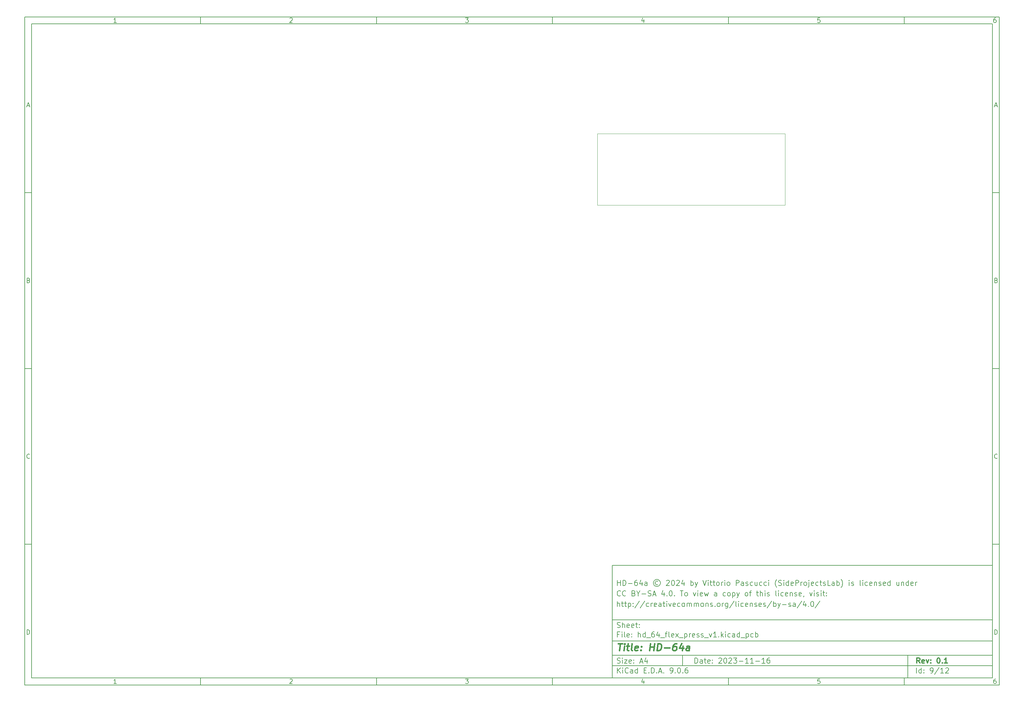
<source format=gbr>
%TF.GenerationSoftware,KiCad,Pcbnew,9.0.6*%
%TF.CreationDate,2025-11-27T00:01:33+01:00*%
%TF.ProjectId,hd_64_flex_press_v1,68645f36-345f-4666-9c65-785f70726573,0.1*%
%TF.SameCoordinates,PXd7966e0PY3c8eee0*%
%TF.FileFunction,Profile,NP*%
%FSLAX46Y46*%
G04 Gerber Fmt 4.6, Leading zero omitted, Abs format (unit mm)*
G04 Created by KiCad (PCBNEW 9.0.6) date 2025-11-27 00:01:33*
%MOMM*%
%LPD*%
G01*
G04 APERTURE LIST*
%ADD10C,0.100000*%
%ADD11C,0.150000*%
%ADD12C,0.300000*%
%ADD13C,0.400000*%
%TA.AperFunction,Profile*%
%ADD14C,0.050000*%
%TD*%
G04 APERTURE END LIST*
D10*
D11*
X-49057800Y-102507200D02*
X58942200Y-102507200D01*
X58942200Y-134507200D01*
X-49057800Y-134507200D01*
X-49057800Y-102507200D01*
D10*
D11*
X-216060000Y53500000D02*
X60942200Y53500000D01*
X60942200Y-136507200D01*
X-216060000Y-136507200D01*
X-216060000Y53500000D01*
D10*
D11*
X-214060000Y51500000D02*
X58942200Y51500000D01*
X58942200Y-134507200D01*
X-214060000Y-134507200D01*
X-214060000Y51500000D01*
D10*
D11*
X-166060000Y51500000D02*
X-166060000Y53500000D01*
D10*
D11*
X-116060000Y51500000D02*
X-116060000Y53500000D01*
D10*
D11*
X-66060000Y51500000D02*
X-66060000Y53500000D01*
D10*
D11*
X-16060000Y51500000D02*
X-16060000Y53500000D01*
D10*
D11*
X33940000Y51500000D02*
X33940000Y53500000D01*
D10*
D11*
X-189970840Y51906396D02*
X-190713697Y51906396D01*
X-190342269Y51906396D02*
X-190342269Y53206396D01*
X-190342269Y53206396D02*
X-190466078Y53020681D01*
X-190466078Y53020681D02*
X-190589888Y52896872D01*
X-190589888Y52896872D02*
X-190713697Y52834967D01*
D10*
D11*
X-140713697Y53082586D02*
X-140651793Y53144491D01*
X-140651793Y53144491D02*
X-140527983Y53206396D01*
X-140527983Y53206396D02*
X-140218459Y53206396D01*
X-140218459Y53206396D02*
X-140094650Y53144491D01*
X-140094650Y53144491D02*
X-140032745Y53082586D01*
X-140032745Y53082586D02*
X-139970840Y52958777D01*
X-139970840Y52958777D02*
X-139970840Y52834967D01*
X-139970840Y52834967D02*
X-140032745Y52649253D01*
X-140032745Y52649253D02*
X-140775602Y51906396D01*
X-140775602Y51906396D02*
X-139970840Y51906396D01*
D10*
D11*
X-90775602Y53206396D02*
X-89970840Y53206396D01*
X-89970840Y53206396D02*
X-90404174Y52711158D01*
X-90404174Y52711158D02*
X-90218459Y52711158D01*
X-90218459Y52711158D02*
X-90094650Y52649253D01*
X-90094650Y52649253D02*
X-90032745Y52587348D01*
X-90032745Y52587348D02*
X-89970840Y52463539D01*
X-89970840Y52463539D02*
X-89970840Y52154015D01*
X-89970840Y52154015D02*
X-90032745Y52030205D01*
X-90032745Y52030205D02*
X-90094650Y51968300D01*
X-90094650Y51968300D02*
X-90218459Y51906396D01*
X-90218459Y51906396D02*
X-90589888Y51906396D01*
X-90589888Y51906396D02*
X-90713697Y51968300D01*
X-90713697Y51968300D02*
X-90775602Y52030205D01*
D10*
D11*
X-40094650Y52773062D02*
X-40094650Y51906396D01*
X-40404174Y53268300D02*
X-40713697Y52339729D01*
X-40713697Y52339729D02*
X-39908936Y52339729D01*
D10*
D11*
X9967255Y53206396D02*
X9348207Y53206396D01*
X9348207Y53206396D02*
X9286303Y52587348D01*
X9286303Y52587348D02*
X9348207Y52649253D01*
X9348207Y52649253D02*
X9472017Y52711158D01*
X9472017Y52711158D02*
X9781541Y52711158D01*
X9781541Y52711158D02*
X9905350Y52649253D01*
X9905350Y52649253D02*
X9967255Y52587348D01*
X9967255Y52587348D02*
X10029160Y52463539D01*
X10029160Y52463539D02*
X10029160Y52154015D01*
X10029160Y52154015D02*
X9967255Y52030205D01*
X9967255Y52030205D02*
X9905350Y51968300D01*
X9905350Y51968300D02*
X9781541Y51906396D01*
X9781541Y51906396D02*
X9472017Y51906396D01*
X9472017Y51906396D02*
X9348207Y51968300D01*
X9348207Y51968300D02*
X9286303Y52030205D01*
D10*
D11*
X59905350Y53206396D02*
X59657731Y53206396D01*
X59657731Y53206396D02*
X59533922Y53144491D01*
X59533922Y53144491D02*
X59472017Y53082586D01*
X59472017Y53082586D02*
X59348207Y52896872D01*
X59348207Y52896872D02*
X59286303Y52649253D01*
X59286303Y52649253D02*
X59286303Y52154015D01*
X59286303Y52154015D02*
X59348207Y52030205D01*
X59348207Y52030205D02*
X59410112Y51968300D01*
X59410112Y51968300D02*
X59533922Y51906396D01*
X59533922Y51906396D02*
X59781541Y51906396D01*
X59781541Y51906396D02*
X59905350Y51968300D01*
X59905350Y51968300D02*
X59967255Y52030205D01*
X59967255Y52030205D02*
X60029160Y52154015D01*
X60029160Y52154015D02*
X60029160Y52463539D01*
X60029160Y52463539D02*
X59967255Y52587348D01*
X59967255Y52587348D02*
X59905350Y52649253D01*
X59905350Y52649253D02*
X59781541Y52711158D01*
X59781541Y52711158D02*
X59533922Y52711158D01*
X59533922Y52711158D02*
X59410112Y52649253D01*
X59410112Y52649253D02*
X59348207Y52587348D01*
X59348207Y52587348D02*
X59286303Y52463539D01*
D10*
D11*
X-166060000Y-134507200D02*
X-166060000Y-136507200D01*
D10*
D11*
X-116060000Y-134507200D02*
X-116060000Y-136507200D01*
D10*
D11*
X-66060000Y-134507200D02*
X-66060000Y-136507200D01*
D10*
D11*
X-16060000Y-134507200D02*
X-16060000Y-136507200D01*
D10*
D11*
X33940000Y-134507200D02*
X33940000Y-136507200D01*
D10*
D11*
X-189970840Y-136100804D02*
X-190713697Y-136100804D01*
X-190342269Y-136100804D02*
X-190342269Y-134800804D01*
X-190342269Y-134800804D02*
X-190466078Y-134986519D01*
X-190466078Y-134986519D02*
X-190589888Y-135110328D01*
X-190589888Y-135110328D02*
X-190713697Y-135172233D01*
D10*
D11*
X-140713697Y-134924614D02*
X-140651793Y-134862709D01*
X-140651793Y-134862709D02*
X-140527983Y-134800804D01*
X-140527983Y-134800804D02*
X-140218459Y-134800804D01*
X-140218459Y-134800804D02*
X-140094650Y-134862709D01*
X-140094650Y-134862709D02*
X-140032745Y-134924614D01*
X-140032745Y-134924614D02*
X-139970840Y-135048423D01*
X-139970840Y-135048423D02*
X-139970840Y-135172233D01*
X-139970840Y-135172233D02*
X-140032745Y-135357947D01*
X-140032745Y-135357947D02*
X-140775602Y-136100804D01*
X-140775602Y-136100804D02*
X-139970840Y-136100804D01*
D10*
D11*
X-90775602Y-134800804D02*
X-89970840Y-134800804D01*
X-89970840Y-134800804D02*
X-90404174Y-135296042D01*
X-90404174Y-135296042D02*
X-90218459Y-135296042D01*
X-90218459Y-135296042D02*
X-90094650Y-135357947D01*
X-90094650Y-135357947D02*
X-90032745Y-135419852D01*
X-90032745Y-135419852D02*
X-89970840Y-135543661D01*
X-89970840Y-135543661D02*
X-89970840Y-135853185D01*
X-89970840Y-135853185D02*
X-90032745Y-135976995D01*
X-90032745Y-135976995D02*
X-90094650Y-136038900D01*
X-90094650Y-136038900D02*
X-90218459Y-136100804D01*
X-90218459Y-136100804D02*
X-90589888Y-136100804D01*
X-90589888Y-136100804D02*
X-90713697Y-136038900D01*
X-90713697Y-136038900D02*
X-90775602Y-135976995D01*
D10*
D11*
X-40094650Y-135234138D02*
X-40094650Y-136100804D01*
X-40404174Y-134738900D02*
X-40713697Y-135667471D01*
X-40713697Y-135667471D02*
X-39908936Y-135667471D01*
D10*
D11*
X9967255Y-134800804D02*
X9348207Y-134800804D01*
X9348207Y-134800804D02*
X9286303Y-135419852D01*
X9286303Y-135419852D02*
X9348207Y-135357947D01*
X9348207Y-135357947D02*
X9472017Y-135296042D01*
X9472017Y-135296042D02*
X9781541Y-135296042D01*
X9781541Y-135296042D02*
X9905350Y-135357947D01*
X9905350Y-135357947D02*
X9967255Y-135419852D01*
X9967255Y-135419852D02*
X10029160Y-135543661D01*
X10029160Y-135543661D02*
X10029160Y-135853185D01*
X10029160Y-135853185D02*
X9967255Y-135976995D01*
X9967255Y-135976995D02*
X9905350Y-136038900D01*
X9905350Y-136038900D02*
X9781541Y-136100804D01*
X9781541Y-136100804D02*
X9472017Y-136100804D01*
X9472017Y-136100804D02*
X9348207Y-136038900D01*
X9348207Y-136038900D02*
X9286303Y-135976995D01*
D10*
D11*
X59905350Y-134800804D02*
X59657731Y-134800804D01*
X59657731Y-134800804D02*
X59533922Y-134862709D01*
X59533922Y-134862709D02*
X59472017Y-134924614D01*
X59472017Y-134924614D02*
X59348207Y-135110328D01*
X59348207Y-135110328D02*
X59286303Y-135357947D01*
X59286303Y-135357947D02*
X59286303Y-135853185D01*
X59286303Y-135853185D02*
X59348207Y-135976995D01*
X59348207Y-135976995D02*
X59410112Y-136038900D01*
X59410112Y-136038900D02*
X59533922Y-136100804D01*
X59533922Y-136100804D02*
X59781541Y-136100804D01*
X59781541Y-136100804D02*
X59905350Y-136038900D01*
X59905350Y-136038900D02*
X59967255Y-135976995D01*
X59967255Y-135976995D02*
X60029160Y-135853185D01*
X60029160Y-135853185D02*
X60029160Y-135543661D01*
X60029160Y-135543661D02*
X59967255Y-135419852D01*
X59967255Y-135419852D02*
X59905350Y-135357947D01*
X59905350Y-135357947D02*
X59781541Y-135296042D01*
X59781541Y-135296042D02*
X59533922Y-135296042D01*
X59533922Y-135296042D02*
X59410112Y-135357947D01*
X59410112Y-135357947D02*
X59348207Y-135419852D01*
X59348207Y-135419852D02*
X59286303Y-135543661D01*
D10*
D11*
X-216060000Y3500000D02*
X-214060000Y3500000D01*
D10*
D11*
X-216060000Y-46500000D02*
X-214060000Y-46500000D01*
D10*
D11*
X-216060000Y-96500000D02*
X-214060000Y-96500000D01*
D10*
D11*
X-215369524Y28277824D02*
X-214750477Y28277824D01*
X-215493334Y27906396D02*
X-215060001Y29206396D01*
X-215060001Y29206396D02*
X-214626667Y27906396D01*
D10*
D11*
X-214967143Y-21412652D02*
X-214781429Y-21474557D01*
X-214781429Y-21474557D02*
X-214719524Y-21536461D01*
X-214719524Y-21536461D02*
X-214657620Y-21660271D01*
X-214657620Y-21660271D02*
X-214657620Y-21845985D01*
X-214657620Y-21845985D02*
X-214719524Y-21969795D01*
X-214719524Y-21969795D02*
X-214781429Y-22031700D01*
X-214781429Y-22031700D02*
X-214905239Y-22093604D01*
X-214905239Y-22093604D02*
X-215400477Y-22093604D01*
X-215400477Y-22093604D02*
X-215400477Y-20793604D01*
X-215400477Y-20793604D02*
X-214967143Y-20793604D01*
X-214967143Y-20793604D02*
X-214843334Y-20855509D01*
X-214843334Y-20855509D02*
X-214781429Y-20917414D01*
X-214781429Y-20917414D02*
X-214719524Y-21041223D01*
X-214719524Y-21041223D02*
X-214719524Y-21165033D01*
X-214719524Y-21165033D02*
X-214781429Y-21288842D01*
X-214781429Y-21288842D02*
X-214843334Y-21350747D01*
X-214843334Y-21350747D02*
X-214967143Y-21412652D01*
X-214967143Y-21412652D02*
X-215400477Y-21412652D01*
D10*
D11*
X-214657620Y-71969795D02*
X-214719524Y-72031700D01*
X-214719524Y-72031700D02*
X-214905239Y-72093604D01*
X-214905239Y-72093604D02*
X-215029048Y-72093604D01*
X-215029048Y-72093604D02*
X-215214762Y-72031700D01*
X-215214762Y-72031700D02*
X-215338572Y-71907890D01*
X-215338572Y-71907890D02*
X-215400477Y-71784080D01*
X-215400477Y-71784080D02*
X-215462381Y-71536461D01*
X-215462381Y-71536461D02*
X-215462381Y-71350747D01*
X-215462381Y-71350747D02*
X-215400477Y-71103128D01*
X-215400477Y-71103128D02*
X-215338572Y-70979319D01*
X-215338572Y-70979319D02*
X-215214762Y-70855509D01*
X-215214762Y-70855509D02*
X-215029048Y-70793604D01*
X-215029048Y-70793604D02*
X-214905239Y-70793604D01*
X-214905239Y-70793604D02*
X-214719524Y-70855509D01*
X-214719524Y-70855509D02*
X-214657620Y-70917414D01*
D10*
D11*
X-215400477Y-122093604D02*
X-215400477Y-120793604D01*
X-215400477Y-120793604D02*
X-215090953Y-120793604D01*
X-215090953Y-120793604D02*
X-214905239Y-120855509D01*
X-214905239Y-120855509D02*
X-214781429Y-120979319D01*
X-214781429Y-120979319D02*
X-214719524Y-121103128D01*
X-214719524Y-121103128D02*
X-214657620Y-121350747D01*
X-214657620Y-121350747D02*
X-214657620Y-121536461D01*
X-214657620Y-121536461D02*
X-214719524Y-121784080D01*
X-214719524Y-121784080D02*
X-214781429Y-121907890D01*
X-214781429Y-121907890D02*
X-214905239Y-122031700D01*
X-214905239Y-122031700D02*
X-215090953Y-122093604D01*
X-215090953Y-122093604D02*
X-215400477Y-122093604D01*
D10*
D11*
X60942200Y3500000D02*
X58942200Y3500000D01*
D10*
D11*
X60942200Y-46500000D02*
X58942200Y-46500000D01*
D10*
D11*
X60942200Y-96500000D02*
X58942200Y-96500000D01*
D10*
D11*
X59632676Y28277824D02*
X60251723Y28277824D01*
X59508866Y27906396D02*
X59942199Y29206396D01*
X59942199Y29206396D02*
X60375533Y27906396D01*
D10*
D11*
X60035057Y-21412652D02*
X60220771Y-21474557D01*
X60220771Y-21474557D02*
X60282676Y-21536461D01*
X60282676Y-21536461D02*
X60344580Y-21660271D01*
X60344580Y-21660271D02*
X60344580Y-21845985D01*
X60344580Y-21845985D02*
X60282676Y-21969795D01*
X60282676Y-21969795D02*
X60220771Y-22031700D01*
X60220771Y-22031700D02*
X60096961Y-22093604D01*
X60096961Y-22093604D02*
X59601723Y-22093604D01*
X59601723Y-22093604D02*
X59601723Y-20793604D01*
X59601723Y-20793604D02*
X60035057Y-20793604D01*
X60035057Y-20793604D02*
X60158866Y-20855509D01*
X60158866Y-20855509D02*
X60220771Y-20917414D01*
X60220771Y-20917414D02*
X60282676Y-21041223D01*
X60282676Y-21041223D02*
X60282676Y-21165033D01*
X60282676Y-21165033D02*
X60220771Y-21288842D01*
X60220771Y-21288842D02*
X60158866Y-21350747D01*
X60158866Y-21350747D02*
X60035057Y-21412652D01*
X60035057Y-21412652D02*
X59601723Y-21412652D01*
D10*
D11*
X60344580Y-71969795D02*
X60282676Y-72031700D01*
X60282676Y-72031700D02*
X60096961Y-72093604D01*
X60096961Y-72093604D02*
X59973152Y-72093604D01*
X59973152Y-72093604D02*
X59787438Y-72031700D01*
X59787438Y-72031700D02*
X59663628Y-71907890D01*
X59663628Y-71907890D02*
X59601723Y-71784080D01*
X59601723Y-71784080D02*
X59539819Y-71536461D01*
X59539819Y-71536461D02*
X59539819Y-71350747D01*
X59539819Y-71350747D02*
X59601723Y-71103128D01*
X59601723Y-71103128D02*
X59663628Y-70979319D01*
X59663628Y-70979319D02*
X59787438Y-70855509D01*
X59787438Y-70855509D02*
X59973152Y-70793604D01*
X59973152Y-70793604D02*
X60096961Y-70793604D01*
X60096961Y-70793604D02*
X60282676Y-70855509D01*
X60282676Y-70855509D02*
X60344580Y-70917414D01*
D10*
D11*
X59601723Y-122093604D02*
X59601723Y-120793604D01*
X59601723Y-120793604D02*
X59911247Y-120793604D01*
X59911247Y-120793604D02*
X60096961Y-120855509D01*
X60096961Y-120855509D02*
X60220771Y-120979319D01*
X60220771Y-120979319D02*
X60282676Y-121103128D01*
X60282676Y-121103128D02*
X60344580Y-121350747D01*
X60344580Y-121350747D02*
X60344580Y-121536461D01*
X60344580Y-121536461D02*
X60282676Y-121784080D01*
X60282676Y-121784080D02*
X60220771Y-121907890D01*
X60220771Y-121907890D02*
X60096961Y-122031700D01*
X60096961Y-122031700D02*
X59911247Y-122093604D01*
X59911247Y-122093604D02*
X59601723Y-122093604D01*
D10*
D11*
X-25601974Y-130293328D02*
X-25601974Y-128793328D01*
X-25601974Y-128793328D02*
X-25244831Y-128793328D01*
X-25244831Y-128793328D02*
X-25030545Y-128864757D01*
X-25030545Y-128864757D02*
X-24887688Y-129007614D01*
X-24887688Y-129007614D02*
X-24816259Y-129150471D01*
X-24816259Y-129150471D02*
X-24744831Y-129436185D01*
X-24744831Y-129436185D02*
X-24744831Y-129650471D01*
X-24744831Y-129650471D02*
X-24816259Y-129936185D01*
X-24816259Y-129936185D02*
X-24887688Y-130079042D01*
X-24887688Y-130079042D02*
X-25030545Y-130221900D01*
X-25030545Y-130221900D02*
X-25244831Y-130293328D01*
X-25244831Y-130293328D02*
X-25601974Y-130293328D01*
X-23459116Y-130293328D02*
X-23459116Y-129507614D01*
X-23459116Y-129507614D02*
X-23530545Y-129364757D01*
X-23530545Y-129364757D02*
X-23673402Y-129293328D01*
X-23673402Y-129293328D02*
X-23959116Y-129293328D01*
X-23959116Y-129293328D02*
X-24101974Y-129364757D01*
X-23459116Y-130221900D02*
X-23601974Y-130293328D01*
X-23601974Y-130293328D02*
X-23959116Y-130293328D01*
X-23959116Y-130293328D02*
X-24101974Y-130221900D01*
X-24101974Y-130221900D02*
X-24173402Y-130079042D01*
X-24173402Y-130079042D02*
X-24173402Y-129936185D01*
X-24173402Y-129936185D02*
X-24101974Y-129793328D01*
X-24101974Y-129793328D02*
X-23959116Y-129721900D01*
X-23959116Y-129721900D02*
X-23601974Y-129721900D01*
X-23601974Y-129721900D02*
X-23459116Y-129650471D01*
X-22959116Y-129293328D02*
X-22387688Y-129293328D01*
X-22744831Y-128793328D02*
X-22744831Y-130079042D01*
X-22744831Y-130079042D02*
X-22673402Y-130221900D01*
X-22673402Y-130221900D02*
X-22530545Y-130293328D01*
X-22530545Y-130293328D02*
X-22387688Y-130293328D01*
X-21316259Y-130221900D02*
X-21459116Y-130293328D01*
X-21459116Y-130293328D02*
X-21744830Y-130293328D01*
X-21744830Y-130293328D02*
X-21887688Y-130221900D01*
X-21887688Y-130221900D02*
X-21959116Y-130079042D01*
X-21959116Y-130079042D02*
X-21959116Y-129507614D01*
X-21959116Y-129507614D02*
X-21887688Y-129364757D01*
X-21887688Y-129364757D02*
X-21744830Y-129293328D01*
X-21744830Y-129293328D02*
X-21459116Y-129293328D01*
X-21459116Y-129293328D02*
X-21316259Y-129364757D01*
X-21316259Y-129364757D02*
X-21244830Y-129507614D01*
X-21244830Y-129507614D02*
X-21244830Y-129650471D01*
X-21244830Y-129650471D02*
X-21959116Y-129793328D01*
X-20601974Y-130150471D02*
X-20530545Y-130221900D01*
X-20530545Y-130221900D02*
X-20601974Y-130293328D01*
X-20601974Y-130293328D02*
X-20673402Y-130221900D01*
X-20673402Y-130221900D02*
X-20601974Y-130150471D01*
X-20601974Y-130150471D02*
X-20601974Y-130293328D01*
X-20601974Y-129364757D02*
X-20530545Y-129436185D01*
X-20530545Y-129436185D02*
X-20601974Y-129507614D01*
X-20601974Y-129507614D02*
X-20673402Y-129436185D01*
X-20673402Y-129436185D02*
X-20601974Y-129364757D01*
X-20601974Y-129364757D02*
X-20601974Y-129507614D01*
X-18816259Y-128936185D02*
X-18744831Y-128864757D01*
X-18744831Y-128864757D02*
X-18601973Y-128793328D01*
X-18601973Y-128793328D02*
X-18244831Y-128793328D01*
X-18244831Y-128793328D02*
X-18101973Y-128864757D01*
X-18101973Y-128864757D02*
X-18030545Y-128936185D01*
X-18030545Y-128936185D02*
X-17959116Y-129079042D01*
X-17959116Y-129079042D02*
X-17959116Y-129221900D01*
X-17959116Y-129221900D02*
X-18030545Y-129436185D01*
X-18030545Y-129436185D02*
X-18887688Y-130293328D01*
X-18887688Y-130293328D02*
X-17959116Y-130293328D01*
X-17030545Y-128793328D02*
X-16887688Y-128793328D01*
X-16887688Y-128793328D02*
X-16744831Y-128864757D01*
X-16744831Y-128864757D02*
X-16673402Y-128936185D01*
X-16673402Y-128936185D02*
X-16601974Y-129079042D01*
X-16601974Y-129079042D02*
X-16530545Y-129364757D01*
X-16530545Y-129364757D02*
X-16530545Y-129721900D01*
X-16530545Y-129721900D02*
X-16601974Y-130007614D01*
X-16601974Y-130007614D02*
X-16673402Y-130150471D01*
X-16673402Y-130150471D02*
X-16744831Y-130221900D01*
X-16744831Y-130221900D02*
X-16887688Y-130293328D01*
X-16887688Y-130293328D02*
X-17030545Y-130293328D01*
X-17030545Y-130293328D02*
X-17173402Y-130221900D01*
X-17173402Y-130221900D02*
X-17244831Y-130150471D01*
X-17244831Y-130150471D02*
X-17316260Y-130007614D01*
X-17316260Y-130007614D02*
X-17387688Y-129721900D01*
X-17387688Y-129721900D02*
X-17387688Y-129364757D01*
X-17387688Y-129364757D02*
X-17316260Y-129079042D01*
X-17316260Y-129079042D02*
X-17244831Y-128936185D01*
X-17244831Y-128936185D02*
X-17173402Y-128864757D01*
X-17173402Y-128864757D02*
X-17030545Y-128793328D01*
X-15959117Y-128936185D02*
X-15887689Y-128864757D01*
X-15887689Y-128864757D02*
X-15744831Y-128793328D01*
X-15744831Y-128793328D02*
X-15387689Y-128793328D01*
X-15387689Y-128793328D02*
X-15244831Y-128864757D01*
X-15244831Y-128864757D02*
X-15173403Y-128936185D01*
X-15173403Y-128936185D02*
X-15101974Y-129079042D01*
X-15101974Y-129079042D02*
X-15101974Y-129221900D01*
X-15101974Y-129221900D02*
X-15173403Y-129436185D01*
X-15173403Y-129436185D02*
X-16030546Y-130293328D01*
X-16030546Y-130293328D02*
X-15101974Y-130293328D01*
X-14601975Y-128793328D02*
X-13673403Y-128793328D01*
X-13673403Y-128793328D02*
X-14173403Y-129364757D01*
X-14173403Y-129364757D02*
X-13959118Y-129364757D01*
X-13959118Y-129364757D02*
X-13816260Y-129436185D01*
X-13816260Y-129436185D02*
X-13744832Y-129507614D01*
X-13744832Y-129507614D02*
X-13673403Y-129650471D01*
X-13673403Y-129650471D02*
X-13673403Y-130007614D01*
X-13673403Y-130007614D02*
X-13744832Y-130150471D01*
X-13744832Y-130150471D02*
X-13816260Y-130221900D01*
X-13816260Y-130221900D02*
X-13959118Y-130293328D01*
X-13959118Y-130293328D02*
X-14387689Y-130293328D01*
X-14387689Y-130293328D02*
X-14530546Y-130221900D01*
X-14530546Y-130221900D02*
X-14601975Y-130150471D01*
X-13030547Y-129721900D02*
X-11887689Y-129721900D01*
X-10387689Y-130293328D02*
X-11244832Y-130293328D01*
X-10816261Y-130293328D02*
X-10816261Y-128793328D01*
X-10816261Y-128793328D02*
X-10959118Y-129007614D01*
X-10959118Y-129007614D02*
X-11101975Y-129150471D01*
X-11101975Y-129150471D02*
X-11244832Y-129221900D01*
X-8959118Y-130293328D02*
X-9816261Y-130293328D01*
X-9387690Y-130293328D02*
X-9387690Y-128793328D01*
X-9387690Y-128793328D02*
X-9530547Y-129007614D01*
X-9530547Y-129007614D02*
X-9673404Y-129150471D01*
X-9673404Y-129150471D02*
X-9816261Y-129221900D01*
X-8316262Y-129721900D02*
X-7173404Y-129721900D01*
X-5673404Y-130293328D02*
X-6530547Y-130293328D01*
X-6101976Y-130293328D02*
X-6101976Y-128793328D01*
X-6101976Y-128793328D02*
X-6244833Y-129007614D01*
X-6244833Y-129007614D02*
X-6387690Y-129150471D01*
X-6387690Y-129150471D02*
X-6530547Y-129221900D01*
X-4387690Y-128793328D02*
X-4673405Y-128793328D01*
X-4673405Y-128793328D02*
X-4816262Y-128864757D01*
X-4816262Y-128864757D02*
X-4887690Y-128936185D01*
X-4887690Y-128936185D02*
X-5030548Y-129150471D01*
X-5030548Y-129150471D02*
X-5101976Y-129436185D01*
X-5101976Y-129436185D02*
X-5101976Y-130007614D01*
X-5101976Y-130007614D02*
X-5030548Y-130150471D01*
X-5030548Y-130150471D02*
X-4959119Y-130221900D01*
X-4959119Y-130221900D02*
X-4816262Y-130293328D01*
X-4816262Y-130293328D02*
X-4530548Y-130293328D01*
X-4530548Y-130293328D02*
X-4387690Y-130221900D01*
X-4387690Y-130221900D02*
X-4316262Y-130150471D01*
X-4316262Y-130150471D02*
X-4244833Y-130007614D01*
X-4244833Y-130007614D02*
X-4244833Y-129650471D01*
X-4244833Y-129650471D02*
X-4316262Y-129507614D01*
X-4316262Y-129507614D02*
X-4387690Y-129436185D01*
X-4387690Y-129436185D02*
X-4530548Y-129364757D01*
X-4530548Y-129364757D02*
X-4816262Y-129364757D01*
X-4816262Y-129364757D02*
X-4959119Y-129436185D01*
X-4959119Y-129436185D02*
X-5030548Y-129507614D01*
X-5030548Y-129507614D02*
X-5101976Y-129650471D01*
D10*
D11*
X-49057800Y-131007200D02*
X58942200Y-131007200D01*
D10*
D11*
X-47601974Y-133093328D02*
X-47601974Y-131593328D01*
X-46744831Y-133093328D02*
X-47387688Y-132236185D01*
X-46744831Y-131593328D02*
X-47601974Y-132450471D01*
X-46101974Y-133093328D02*
X-46101974Y-132093328D01*
X-46101974Y-131593328D02*
X-46173402Y-131664757D01*
X-46173402Y-131664757D02*
X-46101974Y-131736185D01*
X-46101974Y-131736185D02*
X-46030545Y-131664757D01*
X-46030545Y-131664757D02*
X-46101974Y-131593328D01*
X-46101974Y-131593328D02*
X-46101974Y-131736185D01*
X-44530545Y-132950471D02*
X-44601973Y-133021900D01*
X-44601973Y-133021900D02*
X-44816259Y-133093328D01*
X-44816259Y-133093328D02*
X-44959116Y-133093328D01*
X-44959116Y-133093328D02*
X-45173402Y-133021900D01*
X-45173402Y-133021900D02*
X-45316259Y-132879042D01*
X-45316259Y-132879042D02*
X-45387688Y-132736185D01*
X-45387688Y-132736185D02*
X-45459116Y-132450471D01*
X-45459116Y-132450471D02*
X-45459116Y-132236185D01*
X-45459116Y-132236185D02*
X-45387688Y-131950471D01*
X-45387688Y-131950471D02*
X-45316259Y-131807614D01*
X-45316259Y-131807614D02*
X-45173402Y-131664757D01*
X-45173402Y-131664757D02*
X-44959116Y-131593328D01*
X-44959116Y-131593328D02*
X-44816259Y-131593328D01*
X-44816259Y-131593328D02*
X-44601973Y-131664757D01*
X-44601973Y-131664757D02*
X-44530545Y-131736185D01*
X-43244830Y-133093328D02*
X-43244830Y-132307614D01*
X-43244830Y-132307614D02*
X-43316259Y-132164757D01*
X-43316259Y-132164757D02*
X-43459116Y-132093328D01*
X-43459116Y-132093328D02*
X-43744830Y-132093328D01*
X-43744830Y-132093328D02*
X-43887688Y-132164757D01*
X-43244830Y-133021900D02*
X-43387688Y-133093328D01*
X-43387688Y-133093328D02*
X-43744830Y-133093328D01*
X-43744830Y-133093328D02*
X-43887688Y-133021900D01*
X-43887688Y-133021900D02*
X-43959116Y-132879042D01*
X-43959116Y-132879042D02*
X-43959116Y-132736185D01*
X-43959116Y-132736185D02*
X-43887688Y-132593328D01*
X-43887688Y-132593328D02*
X-43744830Y-132521900D01*
X-43744830Y-132521900D02*
X-43387688Y-132521900D01*
X-43387688Y-132521900D02*
X-43244830Y-132450471D01*
X-41887687Y-133093328D02*
X-41887687Y-131593328D01*
X-41887687Y-133021900D02*
X-42030545Y-133093328D01*
X-42030545Y-133093328D02*
X-42316259Y-133093328D01*
X-42316259Y-133093328D02*
X-42459116Y-133021900D01*
X-42459116Y-133021900D02*
X-42530545Y-132950471D01*
X-42530545Y-132950471D02*
X-42601973Y-132807614D01*
X-42601973Y-132807614D02*
X-42601973Y-132379042D01*
X-42601973Y-132379042D02*
X-42530545Y-132236185D01*
X-42530545Y-132236185D02*
X-42459116Y-132164757D01*
X-42459116Y-132164757D02*
X-42316259Y-132093328D01*
X-42316259Y-132093328D02*
X-42030545Y-132093328D01*
X-42030545Y-132093328D02*
X-41887687Y-132164757D01*
X-40030545Y-132307614D02*
X-39530545Y-132307614D01*
X-39316259Y-133093328D02*
X-40030545Y-133093328D01*
X-40030545Y-133093328D02*
X-40030545Y-131593328D01*
X-40030545Y-131593328D02*
X-39316259Y-131593328D01*
X-38673402Y-132950471D02*
X-38601973Y-133021900D01*
X-38601973Y-133021900D02*
X-38673402Y-133093328D01*
X-38673402Y-133093328D02*
X-38744830Y-133021900D01*
X-38744830Y-133021900D02*
X-38673402Y-132950471D01*
X-38673402Y-132950471D02*
X-38673402Y-133093328D01*
X-37959116Y-133093328D02*
X-37959116Y-131593328D01*
X-37959116Y-131593328D02*
X-37601973Y-131593328D01*
X-37601973Y-131593328D02*
X-37387687Y-131664757D01*
X-37387687Y-131664757D02*
X-37244830Y-131807614D01*
X-37244830Y-131807614D02*
X-37173401Y-131950471D01*
X-37173401Y-131950471D02*
X-37101973Y-132236185D01*
X-37101973Y-132236185D02*
X-37101973Y-132450471D01*
X-37101973Y-132450471D02*
X-37173401Y-132736185D01*
X-37173401Y-132736185D02*
X-37244830Y-132879042D01*
X-37244830Y-132879042D02*
X-37387687Y-133021900D01*
X-37387687Y-133021900D02*
X-37601973Y-133093328D01*
X-37601973Y-133093328D02*
X-37959116Y-133093328D01*
X-36459116Y-132950471D02*
X-36387687Y-133021900D01*
X-36387687Y-133021900D02*
X-36459116Y-133093328D01*
X-36459116Y-133093328D02*
X-36530544Y-133021900D01*
X-36530544Y-133021900D02*
X-36459116Y-132950471D01*
X-36459116Y-132950471D02*
X-36459116Y-133093328D01*
X-35816258Y-132664757D02*
X-35101972Y-132664757D01*
X-35959115Y-133093328D02*
X-35459115Y-131593328D01*
X-35459115Y-131593328D02*
X-34959115Y-133093328D01*
X-34459116Y-132950471D02*
X-34387687Y-133021900D01*
X-34387687Y-133021900D02*
X-34459116Y-133093328D01*
X-34459116Y-133093328D02*
X-34530544Y-133021900D01*
X-34530544Y-133021900D02*
X-34459116Y-132950471D01*
X-34459116Y-132950471D02*
X-34459116Y-133093328D01*
X-32530544Y-133093328D02*
X-32244830Y-133093328D01*
X-32244830Y-133093328D02*
X-32101973Y-133021900D01*
X-32101973Y-133021900D02*
X-32030544Y-132950471D01*
X-32030544Y-132950471D02*
X-31887687Y-132736185D01*
X-31887687Y-132736185D02*
X-31816258Y-132450471D01*
X-31816258Y-132450471D02*
X-31816258Y-131879042D01*
X-31816258Y-131879042D02*
X-31887687Y-131736185D01*
X-31887687Y-131736185D02*
X-31959115Y-131664757D01*
X-31959115Y-131664757D02*
X-32101973Y-131593328D01*
X-32101973Y-131593328D02*
X-32387687Y-131593328D01*
X-32387687Y-131593328D02*
X-32530544Y-131664757D01*
X-32530544Y-131664757D02*
X-32601973Y-131736185D01*
X-32601973Y-131736185D02*
X-32673401Y-131879042D01*
X-32673401Y-131879042D02*
X-32673401Y-132236185D01*
X-32673401Y-132236185D02*
X-32601973Y-132379042D01*
X-32601973Y-132379042D02*
X-32530544Y-132450471D01*
X-32530544Y-132450471D02*
X-32387687Y-132521900D01*
X-32387687Y-132521900D02*
X-32101973Y-132521900D01*
X-32101973Y-132521900D02*
X-31959115Y-132450471D01*
X-31959115Y-132450471D02*
X-31887687Y-132379042D01*
X-31887687Y-132379042D02*
X-31816258Y-132236185D01*
X-31173402Y-132950471D02*
X-31101973Y-133021900D01*
X-31101973Y-133021900D02*
X-31173402Y-133093328D01*
X-31173402Y-133093328D02*
X-31244830Y-133021900D01*
X-31244830Y-133021900D02*
X-31173402Y-132950471D01*
X-31173402Y-132950471D02*
X-31173402Y-133093328D01*
X-30173401Y-131593328D02*
X-30030544Y-131593328D01*
X-30030544Y-131593328D02*
X-29887687Y-131664757D01*
X-29887687Y-131664757D02*
X-29816258Y-131736185D01*
X-29816258Y-131736185D02*
X-29744830Y-131879042D01*
X-29744830Y-131879042D02*
X-29673401Y-132164757D01*
X-29673401Y-132164757D02*
X-29673401Y-132521900D01*
X-29673401Y-132521900D02*
X-29744830Y-132807614D01*
X-29744830Y-132807614D02*
X-29816258Y-132950471D01*
X-29816258Y-132950471D02*
X-29887687Y-133021900D01*
X-29887687Y-133021900D02*
X-30030544Y-133093328D01*
X-30030544Y-133093328D02*
X-30173401Y-133093328D01*
X-30173401Y-133093328D02*
X-30316258Y-133021900D01*
X-30316258Y-133021900D02*
X-30387687Y-132950471D01*
X-30387687Y-132950471D02*
X-30459116Y-132807614D01*
X-30459116Y-132807614D02*
X-30530544Y-132521900D01*
X-30530544Y-132521900D02*
X-30530544Y-132164757D01*
X-30530544Y-132164757D02*
X-30459116Y-131879042D01*
X-30459116Y-131879042D02*
X-30387687Y-131736185D01*
X-30387687Y-131736185D02*
X-30316258Y-131664757D01*
X-30316258Y-131664757D02*
X-30173401Y-131593328D01*
X-29030545Y-132950471D02*
X-28959116Y-133021900D01*
X-28959116Y-133021900D02*
X-29030545Y-133093328D01*
X-29030545Y-133093328D02*
X-29101973Y-133021900D01*
X-29101973Y-133021900D02*
X-29030545Y-132950471D01*
X-29030545Y-132950471D02*
X-29030545Y-133093328D01*
X-27673401Y-131593328D02*
X-27959116Y-131593328D01*
X-27959116Y-131593328D02*
X-28101973Y-131664757D01*
X-28101973Y-131664757D02*
X-28173401Y-131736185D01*
X-28173401Y-131736185D02*
X-28316259Y-131950471D01*
X-28316259Y-131950471D02*
X-28387687Y-132236185D01*
X-28387687Y-132236185D02*
X-28387687Y-132807614D01*
X-28387687Y-132807614D02*
X-28316259Y-132950471D01*
X-28316259Y-132950471D02*
X-28244830Y-133021900D01*
X-28244830Y-133021900D02*
X-28101973Y-133093328D01*
X-28101973Y-133093328D02*
X-27816259Y-133093328D01*
X-27816259Y-133093328D02*
X-27673401Y-133021900D01*
X-27673401Y-133021900D02*
X-27601973Y-132950471D01*
X-27601973Y-132950471D02*
X-27530544Y-132807614D01*
X-27530544Y-132807614D02*
X-27530544Y-132450471D01*
X-27530544Y-132450471D02*
X-27601973Y-132307614D01*
X-27601973Y-132307614D02*
X-27673401Y-132236185D01*
X-27673401Y-132236185D02*
X-27816259Y-132164757D01*
X-27816259Y-132164757D02*
X-28101973Y-132164757D01*
X-28101973Y-132164757D02*
X-28244830Y-132236185D01*
X-28244830Y-132236185D02*
X-28316259Y-132307614D01*
X-28316259Y-132307614D02*
X-28387687Y-132450471D01*
D10*
D11*
X-49057800Y-128007200D02*
X58942200Y-128007200D01*
D10*
D12*
X38353853Y-130285528D02*
X37853853Y-129571242D01*
X37496710Y-130285528D02*
X37496710Y-128785528D01*
X37496710Y-128785528D02*
X38068139Y-128785528D01*
X38068139Y-128785528D02*
X38210996Y-128856957D01*
X38210996Y-128856957D02*
X38282425Y-128928385D01*
X38282425Y-128928385D02*
X38353853Y-129071242D01*
X38353853Y-129071242D02*
X38353853Y-129285528D01*
X38353853Y-129285528D02*
X38282425Y-129428385D01*
X38282425Y-129428385D02*
X38210996Y-129499814D01*
X38210996Y-129499814D02*
X38068139Y-129571242D01*
X38068139Y-129571242D02*
X37496710Y-129571242D01*
X39568139Y-130214100D02*
X39425282Y-130285528D01*
X39425282Y-130285528D02*
X39139568Y-130285528D01*
X39139568Y-130285528D02*
X38996710Y-130214100D01*
X38996710Y-130214100D02*
X38925282Y-130071242D01*
X38925282Y-130071242D02*
X38925282Y-129499814D01*
X38925282Y-129499814D02*
X38996710Y-129356957D01*
X38996710Y-129356957D02*
X39139568Y-129285528D01*
X39139568Y-129285528D02*
X39425282Y-129285528D01*
X39425282Y-129285528D02*
X39568139Y-129356957D01*
X39568139Y-129356957D02*
X39639568Y-129499814D01*
X39639568Y-129499814D02*
X39639568Y-129642671D01*
X39639568Y-129642671D02*
X38925282Y-129785528D01*
X40139567Y-129285528D02*
X40496710Y-130285528D01*
X40496710Y-130285528D02*
X40853853Y-129285528D01*
X41425281Y-130142671D02*
X41496710Y-130214100D01*
X41496710Y-130214100D02*
X41425281Y-130285528D01*
X41425281Y-130285528D02*
X41353853Y-130214100D01*
X41353853Y-130214100D02*
X41425281Y-130142671D01*
X41425281Y-130142671D02*
X41425281Y-130285528D01*
X41425281Y-129356957D02*
X41496710Y-129428385D01*
X41496710Y-129428385D02*
X41425281Y-129499814D01*
X41425281Y-129499814D02*
X41353853Y-129428385D01*
X41353853Y-129428385D02*
X41425281Y-129356957D01*
X41425281Y-129356957D02*
X41425281Y-129499814D01*
X43568139Y-128785528D02*
X43710996Y-128785528D01*
X43710996Y-128785528D02*
X43853853Y-128856957D01*
X43853853Y-128856957D02*
X43925282Y-128928385D01*
X43925282Y-128928385D02*
X43996710Y-129071242D01*
X43996710Y-129071242D02*
X44068139Y-129356957D01*
X44068139Y-129356957D02*
X44068139Y-129714100D01*
X44068139Y-129714100D02*
X43996710Y-129999814D01*
X43996710Y-129999814D02*
X43925282Y-130142671D01*
X43925282Y-130142671D02*
X43853853Y-130214100D01*
X43853853Y-130214100D02*
X43710996Y-130285528D01*
X43710996Y-130285528D02*
X43568139Y-130285528D01*
X43568139Y-130285528D02*
X43425282Y-130214100D01*
X43425282Y-130214100D02*
X43353853Y-130142671D01*
X43353853Y-130142671D02*
X43282424Y-129999814D01*
X43282424Y-129999814D02*
X43210996Y-129714100D01*
X43210996Y-129714100D02*
X43210996Y-129356957D01*
X43210996Y-129356957D02*
X43282424Y-129071242D01*
X43282424Y-129071242D02*
X43353853Y-128928385D01*
X43353853Y-128928385D02*
X43425282Y-128856957D01*
X43425282Y-128856957D02*
X43568139Y-128785528D01*
X44710995Y-130142671D02*
X44782424Y-130214100D01*
X44782424Y-130214100D02*
X44710995Y-130285528D01*
X44710995Y-130285528D02*
X44639567Y-130214100D01*
X44639567Y-130214100D02*
X44710995Y-130142671D01*
X44710995Y-130142671D02*
X44710995Y-130285528D01*
X46210996Y-130285528D02*
X45353853Y-130285528D01*
X45782424Y-130285528D02*
X45782424Y-128785528D01*
X45782424Y-128785528D02*
X45639567Y-128999814D01*
X45639567Y-128999814D02*
X45496710Y-129142671D01*
X45496710Y-129142671D02*
X45353853Y-129214100D01*
D10*
D11*
X-47673402Y-130221900D02*
X-47459116Y-130293328D01*
X-47459116Y-130293328D02*
X-47101974Y-130293328D01*
X-47101974Y-130293328D02*
X-46959116Y-130221900D01*
X-46959116Y-130221900D02*
X-46887688Y-130150471D01*
X-46887688Y-130150471D02*
X-46816259Y-130007614D01*
X-46816259Y-130007614D02*
X-46816259Y-129864757D01*
X-46816259Y-129864757D02*
X-46887688Y-129721900D01*
X-46887688Y-129721900D02*
X-46959116Y-129650471D01*
X-46959116Y-129650471D02*
X-47101974Y-129579042D01*
X-47101974Y-129579042D02*
X-47387688Y-129507614D01*
X-47387688Y-129507614D02*
X-47530545Y-129436185D01*
X-47530545Y-129436185D02*
X-47601974Y-129364757D01*
X-47601974Y-129364757D02*
X-47673402Y-129221900D01*
X-47673402Y-129221900D02*
X-47673402Y-129079042D01*
X-47673402Y-129079042D02*
X-47601974Y-128936185D01*
X-47601974Y-128936185D02*
X-47530545Y-128864757D01*
X-47530545Y-128864757D02*
X-47387688Y-128793328D01*
X-47387688Y-128793328D02*
X-47030545Y-128793328D01*
X-47030545Y-128793328D02*
X-46816259Y-128864757D01*
X-46173403Y-130293328D02*
X-46173403Y-129293328D01*
X-46173403Y-128793328D02*
X-46244831Y-128864757D01*
X-46244831Y-128864757D02*
X-46173403Y-128936185D01*
X-46173403Y-128936185D02*
X-46101974Y-128864757D01*
X-46101974Y-128864757D02*
X-46173403Y-128793328D01*
X-46173403Y-128793328D02*
X-46173403Y-128936185D01*
X-45601974Y-129293328D02*
X-44816259Y-129293328D01*
X-44816259Y-129293328D02*
X-45601974Y-130293328D01*
X-45601974Y-130293328D02*
X-44816259Y-130293328D01*
X-43673402Y-130221900D02*
X-43816259Y-130293328D01*
X-43816259Y-130293328D02*
X-44101973Y-130293328D01*
X-44101973Y-130293328D02*
X-44244831Y-130221900D01*
X-44244831Y-130221900D02*
X-44316259Y-130079042D01*
X-44316259Y-130079042D02*
X-44316259Y-129507614D01*
X-44316259Y-129507614D02*
X-44244831Y-129364757D01*
X-44244831Y-129364757D02*
X-44101973Y-129293328D01*
X-44101973Y-129293328D02*
X-43816259Y-129293328D01*
X-43816259Y-129293328D02*
X-43673402Y-129364757D01*
X-43673402Y-129364757D02*
X-43601973Y-129507614D01*
X-43601973Y-129507614D02*
X-43601973Y-129650471D01*
X-43601973Y-129650471D02*
X-44316259Y-129793328D01*
X-42959117Y-130150471D02*
X-42887688Y-130221900D01*
X-42887688Y-130221900D02*
X-42959117Y-130293328D01*
X-42959117Y-130293328D02*
X-43030545Y-130221900D01*
X-43030545Y-130221900D02*
X-42959117Y-130150471D01*
X-42959117Y-130150471D02*
X-42959117Y-130293328D01*
X-42959117Y-129364757D02*
X-42887688Y-129436185D01*
X-42887688Y-129436185D02*
X-42959117Y-129507614D01*
X-42959117Y-129507614D02*
X-43030545Y-129436185D01*
X-43030545Y-129436185D02*
X-42959117Y-129364757D01*
X-42959117Y-129364757D02*
X-42959117Y-129507614D01*
X-41173402Y-129864757D02*
X-40459116Y-129864757D01*
X-41316259Y-130293328D02*
X-40816259Y-128793328D01*
X-40816259Y-128793328D02*
X-40316259Y-130293328D01*
X-39173402Y-129293328D02*
X-39173402Y-130293328D01*
X-39530545Y-128721900D02*
X-39887688Y-129793328D01*
X-39887688Y-129793328D02*
X-38959117Y-129793328D01*
D10*
D11*
X37398026Y-133093328D02*
X37398026Y-131593328D01*
X38755170Y-133093328D02*
X38755170Y-131593328D01*
X38755170Y-133021900D02*
X38612312Y-133093328D01*
X38612312Y-133093328D02*
X38326598Y-133093328D01*
X38326598Y-133093328D02*
X38183741Y-133021900D01*
X38183741Y-133021900D02*
X38112312Y-132950471D01*
X38112312Y-132950471D02*
X38040884Y-132807614D01*
X38040884Y-132807614D02*
X38040884Y-132379042D01*
X38040884Y-132379042D02*
X38112312Y-132236185D01*
X38112312Y-132236185D02*
X38183741Y-132164757D01*
X38183741Y-132164757D02*
X38326598Y-132093328D01*
X38326598Y-132093328D02*
X38612312Y-132093328D01*
X38612312Y-132093328D02*
X38755170Y-132164757D01*
X39469455Y-132950471D02*
X39540884Y-133021900D01*
X39540884Y-133021900D02*
X39469455Y-133093328D01*
X39469455Y-133093328D02*
X39398027Y-133021900D01*
X39398027Y-133021900D02*
X39469455Y-132950471D01*
X39469455Y-132950471D02*
X39469455Y-133093328D01*
X39469455Y-132164757D02*
X39540884Y-132236185D01*
X39540884Y-132236185D02*
X39469455Y-132307614D01*
X39469455Y-132307614D02*
X39398027Y-132236185D01*
X39398027Y-132236185D02*
X39469455Y-132164757D01*
X39469455Y-132164757D02*
X39469455Y-132307614D01*
X41398027Y-133093328D02*
X41683741Y-133093328D01*
X41683741Y-133093328D02*
X41826598Y-133021900D01*
X41826598Y-133021900D02*
X41898027Y-132950471D01*
X41898027Y-132950471D02*
X42040884Y-132736185D01*
X42040884Y-132736185D02*
X42112313Y-132450471D01*
X42112313Y-132450471D02*
X42112313Y-131879042D01*
X42112313Y-131879042D02*
X42040884Y-131736185D01*
X42040884Y-131736185D02*
X41969456Y-131664757D01*
X41969456Y-131664757D02*
X41826598Y-131593328D01*
X41826598Y-131593328D02*
X41540884Y-131593328D01*
X41540884Y-131593328D02*
X41398027Y-131664757D01*
X41398027Y-131664757D02*
X41326598Y-131736185D01*
X41326598Y-131736185D02*
X41255170Y-131879042D01*
X41255170Y-131879042D02*
X41255170Y-132236185D01*
X41255170Y-132236185D02*
X41326598Y-132379042D01*
X41326598Y-132379042D02*
X41398027Y-132450471D01*
X41398027Y-132450471D02*
X41540884Y-132521900D01*
X41540884Y-132521900D02*
X41826598Y-132521900D01*
X41826598Y-132521900D02*
X41969456Y-132450471D01*
X41969456Y-132450471D02*
X42040884Y-132379042D01*
X42040884Y-132379042D02*
X42112313Y-132236185D01*
X43826598Y-131521900D02*
X42540884Y-133450471D01*
X45112313Y-133093328D02*
X44255170Y-133093328D01*
X44683741Y-133093328D02*
X44683741Y-131593328D01*
X44683741Y-131593328D02*
X44540884Y-131807614D01*
X44540884Y-131807614D02*
X44398027Y-131950471D01*
X44398027Y-131950471D02*
X44255170Y-132021900D01*
X45683741Y-131736185D02*
X45755169Y-131664757D01*
X45755169Y-131664757D02*
X45898027Y-131593328D01*
X45898027Y-131593328D02*
X46255169Y-131593328D01*
X46255169Y-131593328D02*
X46398027Y-131664757D01*
X46398027Y-131664757D02*
X46469455Y-131736185D01*
X46469455Y-131736185D02*
X46540884Y-131879042D01*
X46540884Y-131879042D02*
X46540884Y-132021900D01*
X46540884Y-132021900D02*
X46469455Y-132236185D01*
X46469455Y-132236185D02*
X45612312Y-133093328D01*
X45612312Y-133093328D02*
X46540884Y-133093328D01*
D10*
D11*
X-49057800Y-124007200D02*
X58942200Y-124007200D01*
D10*
D13*
X-47366072Y-124711638D02*
X-46223215Y-124711638D01*
X-47044643Y-126711638D02*
X-46794643Y-124711638D01*
X-45806548Y-126711638D02*
X-45639881Y-125378304D01*
X-45556548Y-124711638D02*
X-45663691Y-124806876D01*
X-45663691Y-124806876D02*
X-45580357Y-124902114D01*
X-45580357Y-124902114D02*
X-45473214Y-124806876D01*
X-45473214Y-124806876D02*
X-45556548Y-124711638D01*
X-45556548Y-124711638D02*
X-45580357Y-124902114D01*
X-44973214Y-125378304D02*
X-44211310Y-125378304D01*
X-44604167Y-124711638D02*
X-44818452Y-126425923D01*
X-44818452Y-126425923D02*
X-44747024Y-126616400D01*
X-44747024Y-126616400D02*
X-44568452Y-126711638D01*
X-44568452Y-126711638D02*
X-44377976Y-126711638D01*
X-43425595Y-126711638D02*
X-43604167Y-126616400D01*
X-43604167Y-126616400D02*
X-43675595Y-126425923D01*
X-43675595Y-126425923D02*
X-43461310Y-124711638D01*
X-41889881Y-126616400D02*
X-42092262Y-126711638D01*
X-42092262Y-126711638D02*
X-42473215Y-126711638D01*
X-42473215Y-126711638D02*
X-42651786Y-126616400D01*
X-42651786Y-126616400D02*
X-42723215Y-126425923D01*
X-42723215Y-126425923D02*
X-42627976Y-125664019D01*
X-42627976Y-125664019D02*
X-42508929Y-125473542D01*
X-42508929Y-125473542D02*
X-42306548Y-125378304D01*
X-42306548Y-125378304D02*
X-41925596Y-125378304D01*
X-41925596Y-125378304D02*
X-41747024Y-125473542D01*
X-41747024Y-125473542D02*
X-41675596Y-125664019D01*
X-41675596Y-125664019D02*
X-41699405Y-125854495D01*
X-41699405Y-125854495D02*
X-42675596Y-126044971D01*
X-40925595Y-126521161D02*
X-40842262Y-126616400D01*
X-40842262Y-126616400D02*
X-40949405Y-126711638D01*
X-40949405Y-126711638D02*
X-41032738Y-126616400D01*
X-41032738Y-126616400D02*
X-40925595Y-126521161D01*
X-40925595Y-126521161D02*
X-40949405Y-126711638D01*
X-40794643Y-125473542D02*
X-40711310Y-125568780D01*
X-40711310Y-125568780D02*
X-40818452Y-125664019D01*
X-40818452Y-125664019D02*
X-40901786Y-125568780D01*
X-40901786Y-125568780D02*
X-40794643Y-125473542D01*
X-40794643Y-125473542D02*
X-40818452Y-125664019D01*
X-38473214Y-126711638D02*
X-38223214Y-124711638D01*
X-38342261Y-125664019D02*
X-37199404Y-125664019D01*
X-37330357Y-126711638D02*
X-37080357Y-124711638D01*
X-36377976Y-126711638D02*
X-36127976Y-124711638D01*
X-36127976Y-124711638D02*
X-35651785Y-124711638D01*
X-35651785Y-124711638D02*
X-35377976Y-124806876D01*
X-35377976Y-124806876D02*
X-35211309Y-124997352D01*
X-35211309Y-124997352D02*
X-35139881Y-125187828D01*
X-35139881Y-125187828D02*
X-35092261Y-125568780D01*
X-35092261Y-125568780D02*
X-35127976Y-125854495D01*
X-35127976Y-125854495D02*
X-35270833Y-126235447D01*
X-35270833Y-126235447D02*
X-35389881Y-126425923D01*
X-35389881Y-126425923D02*
X-35604166Y-126616400D01*
X-35604166Y-126616400D02*
X-35901785Y-126711638D01*
X-35901785Y-126711638D02*
X-36377976Y-126711638D01*
X-34282738Y-125949733D02*
X-32758928Y-125949733D01*
X-30794643Y-124711638D02*
X-31175595Y-124711638D01*
X-31175595Y-124711638D02*
X-31377976Y-124806876D01*
X-31377976Y-124806876D02*
X-31485119Y-124902114D01*
X-31485119Y-124902114D02*
X-31711310Y-125187828D01*
X-31711310Y-125187828D02*
X-31854167Y-125568780D01*
X-31854167Y-125568780D02*
X-31949405Y-126330685D01*
X-31949405Y-126330685D02*
X-31877976Y-126521161D01*
X-31877976Y-126521161D02*
X-31794643Y-126616400D01*
X-31794643Y-126616400D02*
X-31616071Y-126711638D01*
X-31616071Y-126711638D02*
X-31235119Y-126711638D01*
X-31235119Y-126711638D02*
X-31032738Y-126616400D01*
X-31032738Y-126616400D02*
X-30925595Y-126521161D01*
X-30925595Y-126521161D02*
X-30806548Y-126330685D01*
X-30806548Y-126330685D02*
X-30747024Y-125854495D01*
X-30747024Y-125854495D02*
X-30818452Y-125664019D01*
X-30818452Y-125664019D02*
X-30901786Y-125568780D01*
X-30901786Y-125568780D02*
X-31080357Y-125473542D01*
X-31080357Y-125473542D02*
X-31461310Y-125473542D01*
X-31461310Y-125473542D02*
X-31663691Y-125568780D01*
X-31663691Y-125568780D02*
X-31770833Y-125664019D01*
X-31770833Y-125664019D02*
X-31889881Y-125854495D01*
X-28973214Y-125378304D02*
X-29139881Y-126711638D01*
X-29354167Y-124616400D02*
X-30008929Y-126044971D01*
X-30008929Y-126044971D02*
X-28770833Y-126044971D01*
X-27235119Y-126711638D02*
X-27104167Y-125664019D01*
X-27104167Y-125664019D02*
X-27175595Y-125473542D01*
X-27175595Y-125473542D02*
X-27354167Y-125378304D01*
X-27354167Y-125378304D02*
X-27735119Y-125378304D01*
X-27735119Y-125378304D02*
X-27937500Y-125473542D01*
X-27223214Y-126616400D02*
X-27425595Y-126711638D01*
X-27425595Y-126711638D02*
X-27901786Y-126711638D01*
X-27901786Y-126711638D02*
X-28080357Y-126616400D01*
X-28080357Y-126616400D02*
X-28151786Y-126425923D01*
X-28151786Y-126425923D02*
X-28127976Y-126235447D01*
X-28127976Y-126235447D02*
X-28008928Y-126044971D01*
X-28008928Y-126044971D02*
X-27806547Y-125949733D01*
X-27806547Y-125949733D02*
X-27330357Y-125949733D01*
X-27330357Y-125949733D02*
X-27127976Y-125854495D01*
D10*
D11*
X-47101974Y-122107614D02*
X-47601974Y-122107614D01*
X-47601974Y-122893328D02*
X-47601974Y-121393328D01*
X-47601974Y-121393328D02*
X-46887688Y-121393328D01*
X-46316260Y-122893328D02*
X-46316260Y-121893328D01*
X-46316260Y-121393328D02*
X-46387688Y-121464757D01*
X-46387688Y-121464757D02*
X-46316260Y-121536185D01*
X-46316260Y-121536185D02*
X-46244831Y-121464757D01*
X-46244831Y-121464757D02*
X-46316260Y-121393328D01*
X-46316260Y-121393328D02*
X-46316260Y-121536185D01*
X-45387688Y-122893328D02*
X-45530545Y-122821900D01*
X-45530545Y-122821900D02*
X-45601974Y-122679042D01*
X-45601974Y-122679042D02*
X-45601974Y-121393328D01*
X-44244831Y-122821900D02*
X-44387688Y-122893328D01*
X-44387688Y-122893328D02*
X-44673402Y-122893328D01*
X-44673402Y-122893328D02*
X-44816260Y-122821900D01*
X-44816260Y-122821900D02*
X-44887688Y-122679042D01*
X-44887688Y-122679042D02*
X-44887688Y-122107614D01*
X-44887688Y-122107614D02*
X-44816260Y-121964757D01*
X-44816260Y-121964757D02*
X-44673402Y-121893328D01*
X-44673402Y-121893328D02*
X-44387688Y-121893328D01*
X-44387688Y-121893328D02*
X-44244831Y-121964757D01*
X-44244831Y-121964757D02*
X-44173402Y-122107614D01*
X-44173402Y-122107614D02*
X-44173402Y-122250471D01*
X-44173402Y-122250471D02*
X-44887688Y-122393328D01*
X-43530546Y-122750471D02*
X-43459117Y-122821900D01*
X-43459117Y-122821900D02*
X-43530546Y-122893328D01*
X-43530546Y-122893328D02*
X-43601974Y-122821900D01*
X-43601974Y-122821900D02*
X-43530546Y-122750471D01*
X-43530546Y-122750471D02*
X-43530546Y-122893328D01*
X-43530546Y-121964757D02*
X-43459117Y-122036185D01*
X-43459117Y-122036185D02*
X-43530546Y-122107614D01*
X-43530546Y-122107614D02*
X-43601974Y-122036185D01*
X-43601974Y-122036185D02*
X-43530546Y-121964757D01*
X-43530546Y-121964757D02*
X-43530546Y-122107614D01*
X-41673403Y-122893328D02*
X-41673403Y-121393328D01*
X-41030545Y-122893328D02*
X-41030545Y-122107614D01*
X-41030545Y-122107614D02*
X-41101974Y-121964757D01*
X-41101974Y-121964757D02*
X-41244831Y-121893328D01*
X-41244831Y-121893328D02*
X-41459117Y-121893328D01*
X-41459117Y-121893328D02*
X-41601974Y-121964757D01*
X-41601974Y-121964757D02*
X-41673403Y-122036185D01*
X-39673402Y-122893328D02*
X-39673402Y-121393328D01*
X-39673402Y-122821900D02*
X-39816260Y-122893328D01*
X-39816260Y-122893328D02*
X-40101974Y-122893328D01*
X-40101974Y-122893328D02*
X-40244831Y-122821900D01*
X-40244831Y-122821900D02*
X-40316260Y-122750471D01*
X-40316260Y-122750471D02*
X-40387688Y-122607614D01*
X-40387688Y-122607614D02*
X-40387688Y-122179042D01*
X-40387688Y-122179042D02*
X-40316260Y-122036185D01*
X-40316260Y-122036185D02*
X-40244831Y-121964757D01*
X-40244831Y-121964757D02*
X-40101974Y-121893328D01*
X-40101974Y-121893328D02*
X-39816260Y-121893328D01*
X-39816260Y-121893328D02*
X-39673402Y-121964757D01*
X-39316259Y-123036185D02*
X-38173402Y-123036185D01*
X-37173402Y-121393328D02*
X-37459117Y-121393328D01*
X-37459117Y-121393328D02*
X-37601974Y-121464757D01*
X-37601974Y-121464757D02*
X-37673402Y-121536185D01*
X-37673402Y-121536185D02*
X-37816260Y-121750471D01*
X-37816260Y-121750471D02*
X-37887688Y-122036185D01*
X-37887688Y-122036185D02*
X-37887688Y-122607614D01*
X-37887688Y-122607614D02*
X-37816260Y-122750471D01*
X-37816260Y-122750471D02*
X-37744831Y-122821900D01*
X-37744831Y-122821900D02*
X-37601974Y-122893328D01*
X-37601974Y-122893328D02*
X-37316260Y-122893328D01*
X-37316260Y-122893328D02*
X-37173402Y-122821900D01*
X-37173402Y-122821900D02*
X-37101974Y-122750471D01*
X-37101974Y-122750471D02*
X-37030545Y-122607614D01*
X-37030545Y-122607614D02*
X-37030545Y-122250471D01*
X-37030545Y-122250471D02*
X-37101974Y-122107614D01*
X-37101974Y-122107614D02*
X-37173402Y-122036185D01*
X-37173402Y-122036185D02*
X-37316260Y-121964757D01*
X-37316260Y-121964757D02*
X-37601974Y-121964757D01*
X-37601974Y-121964757D02*
X-37744831Y-122036185D01*
X-37744831Y-122036185D02*
X-37816260Y-122107614D01*
X-37816260Y-122107614D02*
X-37887688Y-122250471D01*
X-35744831Y-121893328D02*
X-35744831Y-122893328D01*
X-36101974Y-121321900D02*
X-36459117Y-122393328D01*
X-36459117Y-122393328D02*
X-35530546Y-122393328D01*
X-35316260Y-123036185D02*
X-34173403Y-123036185D01*
X-34030546Y-121893328D02*
X-33459118Y-121893328D01*
X-33816261Y-122893328D02*
X-33816261Y-121607614D01*
X-33816261Y-121607614D02*
X-33744832Y-121464757D01*
X-33744832Y-121464757D02*
X-33601975Y-121393328D01*
X-33601975Y-121393328D02*
X-33459118Y-121393328D01*
X-32744832Y-122893328D02*
X-32887689Y-122821900D01*
X-32887689Y-122821900D02*
X-32959118Y-122679042D01*
X-32959118Y-122679042D02*
X-32959118Y-121393328D01*
X-31601975Y-122821900D02*
X-31744832Y-122893328D01*
X-31744832Y-122893328D02*
X-32030546Y-122893328D01*
X-32030546Y-122893328D02*
X-32173404Y-122821900D01*
X-32173404Y-122821900D02*
X-32244832Y-122679042D01*
X-32244832Y-122679042D02*
X-32244832Y-122107614D01*
X-32244832Y-122107614D02*
X-32173404Y-121964757D01*
X-32173404Y-121964757D02*
X-32030546Y-121893328D01*
X-32030546Y-121893328D02*
X-31744832Y-121893328D01*
X-31744832Y-121893328D02*
X-31601975Y-121964757D01*
X-31601975Y-121964757D02*
X-31530546Y-122107614D01*
X-31530546Y-122107614D02*
X-31530546Y-122250471D01*
X-31530546Y-122250471D02*
X-32244832Y-122393328D01*
X-31030547Y-122893328D02*
X-30244832Y-121893328D01*
X-31030547Y-121893328D02*
X-30244832Y-122893328D01*
X-30030546Y-123036185D02*
X-28887689Y-123036185D01*
X-28530547Y-121893328D02*
X-28530547Y-123393328D01*
X-28530547Y-121964757D02*
X-28387689Y-121893328D01*
X-28387689Y-121893328D02*
X-28101975Y-121893328D01*
X-28101975Y-121893328D02*
X-27959118Y-121964757D01*
X-27959118Y-121964757D02*
X-27887689Y-122036185D01*
X-27887689Y-122036185D02*
X-27816261Y-122179042D01*
X-27816261Y-122179042D02*
X-27816261Y-122607614D01*
X-27816261Y-122607614D02*
X-27887689Y-122750471D01*
X-27887689Y-122750471D02*
X-27959118Y-122821900D01*
X-27959118Y-122821900D02*
X-28101975Y-122893328D01*
X-28101975Y-122893328D02*
X-28387689Y-122893328D01*
X-28387689Y-122893328D02*
X-28530547Y-122821900D01*
X-27173404Y-122893328D02*
X-27173404Y-121893328D01*
X-27173404Y-122179042D02*
X-27101975Y-122036185D01*
X-27101975Y-122036185D02*
X-27030546Y-121964757D01*
X-27030546Y-121964757D02*
X-26887689Y-121893328D01*
X-26887689Y-121893328D02*
X-26744832Y-121893328D01*
X-25673404Y-122821900D02*
X-25816261Y-122893328D01*
X-25816261Y-122893328D02*
X-26101975Y-122893328D01*
X-26101975Y-122893328D02*
X-26244833Y-122821900D01*
X-26244833Y-122821900D02*
X-26316261Y-122679042D01*
X-26316261Y-122679042D02*
X-26316261Y-122107614D01*
X-26316261Y-122107614D02*
X-26244833Y-121964757D01*
X-26244833Y-121964757D02*
X-26101975Y-121893328D01*
X-26101975Y-121893328D02*
X-25816261Y-121893328D01*
X-25816261Y-121893328D02*
X-25673404Y-121964757D01*
X-25673404Y-121964757D02*
X-25601975Y-122107614D01*
X-25601975Y-122107614D02*
X-25601975Y-122250471D01*
X-25601975Y-122250471D02*
X-26316261Y-122393328D01*
X-25030547Y-122821900D02*
X-24887690Y-122893328D01*
X-24887690Y-122893328D02*
X-24601976Y-122893328D01*
X-24601976Y-122893328D02*
X-24459119Y-122821900D01*
X-24459119Y-122821900D02*
X-24387690Y-122679042D01*
X-24387690Y-122679042D02*
X-24387690Y-122607614D01*
X-24387690Y-122607614D02*
X-24459119Y-122464757D01*
X-24459119Y-122464757D02*
X-24601976Y-122393328D01*
X-24601976Y-122393328D02*
X-24816261Y-122393328D01*
X-24816261Y-122393328D02*
X-24959119Y-122321900D01*
X-24959119Y-122321900D02*
X-25030547Y-122179042D01*
X-25030547Y-122179042D02*
X-25030547Y-122107614D01*
X-25030547Y-122107614D02*
X-24959119Y-121964757D01*
X-24959119Y-121964757D02*
X-24816261Y-121893328D01*
X-24816261Y-121893328D02*
X-24601976Y-121893328D01*
X-24601976Y-121893328D02*
X-24459119Y-121964757D01*
X-23816261Y-122821900D02*
X-23673404Y-122893328D01*
X-23673404Y-122893328D02*
X-23387690Y-122893328D01*
X-23387690Y-122893328D02*
X-23244833Y-122821900D01*
X-23244833Y-122821900D02*
X-23173404Y-122679042D01*
X-23173404Y-122679042D02*
X-23173404Y-122607614D01*
X-23173404Y-122607614D02*
X-23244833Y-122464757D01*
X-23244833Y-122464757D02*
X-23387690Y-122393328D01*
X-23387690Y-122393328D02*
X-23601975Y-122393328D01*
X-23601975Y-122393328D02*
X-23744833Y-122321900D01*
X-23744833Y-122321900D02*
X-23816261Y-122179042D01*
X-23816261Y-122179042D02*
X-23816261Y-122107614D01*
X-23816261Y-122107614D02*
X-23744833Y-121964757D01*
X-23744833Y-121964757D02*
X-23601975Y-121893328D01*
X-23601975Y-121893328D02*
X-23387690Y-121893328D01*
X-23387690Y-121893328D02*
X-23244833Y-121964757D01*
X-22887689Y-123036185D02*
X-21744832Y-123036185D01*
X-21530547Y-121893328D02*
X-21173404Y-122893328D01*
X-21173404Y-122893328D02*
X-20816261Y-121893328D01*
X-19459118Y-122893328D02*
X-20316261Y-122893328D01*
X-19887690Y-122893328D02*
X-19887690Y-121393328D01*
X-19887690Y-121393328D02*
X-20030547Y-121607614D01*
X-20030547Y-121607614D02*
X-20173404Y-121750471D01*
X-20173404Y-121750471D02*
X-20316261Y-121821900D01*
X-18816262Y-122750471D02*
X-18744833Y-122821900D01*
X-18744833Y-122821900D02*
X-18816262Y-122893328D01*
X-18816262Y-122893328D02*
X-18887690Y-122821900D01*
X-18887690Y-122821900D02*
X-18816262Y-122750471D01*
X-18816262Y-122750471D02*
X-18816262Y-122893328D01*
X-18101976Y-122893328D02*
X-18101976Y-121393328D01*
X-17959118Y-122321900D02*
X-17530547Y-122893328D01*
X-17530547Y-121893328D02*
X-18101976Y-122464757D01*
X-16887690Y-122893328D02*
X-16887690Y-121893328D01*
X-16887690Y-121393328D02*
X-16959118Y-121464757D01*
X-16959118Y-121464757D02*
X-16887690Y-121536185D01*
X-16887690Y-121536185D02*
X-16816261Y-121464757D01*
X-16816261Y-121464757D02*
X-16887690Y-121393328D01*
X-16887690Y-121393328D02*
X-16887690Y-121536185D01*
X-15530546Y-122821900D02*
X-15673404Y-122893328D01*
X-15673404Y-122893328D02*
X-15959118Y-122893328D01*
X-15959118Y-122893328D02*
X-16101975Y-122821900D01*
X-16101975Y-122821900D02*
X-16173404Y-122750471D01*
X-16173404Y-122750471D02*
X-16244832Y-122607614D01*
X-16244832Y-122607614D02*
X-16244832Y-122179042D01*
X-16244832Y-122179042D02*
X-16173404Y-122036185D01*
X-16173404Y-122036185D02*
X-16101975Y-121964757D01*
X-16101975Y-121964757D02*
X-15959118Y-121893328D01*
X-15959118Y-121893328D02*
X-15673404Y-121893328D01*
X-15673404Y-121893328D02*
X-15530546Y-121964757D01*
X-14244832Y-122893328D02*
X-14244832Y-122107614D01*
X-14244832Y-122107614D02*
X-14316261Y-121964757D01*
X-14316261Y-121964757D02*
X-14459118Y-121893328D01*
X-14459118Y-121893328D02*
X-14744832Y-121893328D01*
X-14744832Y-121893328D02*
X-14887690Y-121964757D01*
X-14244832Y-122821900D02*
X-14387690Y-122893328D01*
X-14387690Y-122893328D02*
X-14744832Y-122893328D01*
X-14744832Y-122893328D02*
X-14887690Y-122821900D01*
X-14887690Y-122821900D02*
X-14959118Y-122679042D01*
X-14959118Y-122679042D02*
X-14959118Y-122536185D01*
X-14959118Y-122536185D02*
X-14887690Y-122393328D01*
X-14887690Y-122393328D02*
X-14744832Y-122321900D01*
X-14744832Y-122321900D02*
X-14387690Y-122321900D01*
X-14387690Y-122321900D02*
X-14244832Y-122250471D01*
X-12887689Y-122893328D02*
X-12887689Y-121393328D01*
X-12887689Y-122821900D02*
X-13030547Y-122893328D01*
X-13030547Y-122893328D02*
X-13316261Y-122893328D01*
X-13316261Y-122893328D02*
X-13459118Y-122821900D01*
X-13459118Y-122821900D02*
X-13530547Y-122750471D01*
X-13530547Y-122750471D02*
X-13601975Y-122607614D01*
X-13601975Y-122607614D02*
X-13601975Y-122179042D01*
X-13601975Y-122179042D02*
X-13530547Y-122036185D01*
X-13530547Y-122036185D02*
X-13459118Y-121964757D01*
X-13459118Y-121964757D02*
X-13316261Y-121893328D01*
X-13316261Y-121893328D02*
X-13030547Y-121893328D01*
X-13030547Y-121893328D02*
X-12887689Y-121964757D01*
X-12530546Y-123036185D02*
X-11387689Y-123036185D01*
X-11030547Y-121893328D02*
X-11030547Y-123393328D01*
X-11030547Y-121964757D02*
X-10887689Y-121893328D01*
X-10887689Y-121893328D02*
X-10601975Y-121893328D01*
X-10601975Y-121893328D02*
X-10459118Y-121964757D01*
X-10459118Y-121964757D02*
X-10387689Y-122036185D01*
X-10387689Y-122036185D02*
X-10316261Y-122179042D01*
X-10316261Y-122179042D02*
X-10316261Y-122607614D01*
X-10316261Y-122607614D02*
X-10387689Y-122750471D01*
X-10387689Y-122750471D02*
X-10459118Y-122821900D01*
X-10459118Y-122821900D02*
X-10601975Y-122893328D01*
X-10601975Y-122893328D02*
X-10887689Y-122893328D01*
X-10887689Y-122893328D02*
X-11030547Y-122821900D01*
X-9030546Y-122821900D02*
X-9173404Y-122893328D01*
X-9173404Y-122893328D02*
X-9459118Y-122893328D01*
X-9459118Y-122893328D02*
X-9601975Y-122821900D01*
X-9601975Y-122821900D02*
X-9673404Y-122750471D01*
X-9673404Y-122750471D02*
X-9744832Y-122607614D01*
X-9744832Y-122607614D02*
X-9744832Y-122179042D01*
X-9744832Y-122179042D02*
X-9673404Y-122036185D01*
X-9673404Y-122036185D02*
X-9601975Y-121964757D01*
X-9601975Y-121964757D02*
X-9459118Y-121893328D01*
X-9459118Y-121893328D02*
X-9173404Y-121893328D01*
X-9173404Y-121893328D02*
X-9030546Y-121964757D01*
X-8387690Y-122893328D02*
X-8387690Y-121393328D01*
X-8387690Y-121964757D02*
X-8244832Y-121893328D01*
X-8244832Y-121893328D02*
X-7959118Y-121893328D01*
X-7959118Y-121893328D02*
X-7816261Y-121964757D01*
X-7816261Y-121964757D02*
X-7744832Y-122036185D01*
X-7744832Y-122036185D02*
X-7673404Y-122179042D01*
X-7673404Y-122179042D02*
X-7673404Y-122607614D01*
X-7673404Y-122607614D02*
X-7744832Y-122750471D01*
X-7744832Y-122750471D02*
X-7816261Y-122821900D01*
X-7816261Y-122821900D02*
X-7959118Y-122893328D01*
X-7959118Y-122893328D02*
X-8244832Y-122893328D01*
X-8244832Y-122893328D02*
X-8387690Y-122821900D01*
D10*
D11*
X-49057800Y-118007200D02*
X58942200Y-118007200D01*
D10*
D11*
X-47673402Y-120121900D02*
X-47459116Y-120193328D01*
X-47459116Y-120193328D02*
X-47101974Y-120193328D01*
X-47101974Y-120193328D02*
X-46959116Y-120121900D01*
X-46959116Y-120121900D02*
X-46887688Y-120050471D01*
X-46887688Y-120050471D02*
X-46816259Y-119907614D01*
X-46816259Y-119907614D02*
X-46816259Y-119764757D01*
X-46816259Y-119764757D02*
X-46887688Y-119621900D01*
X-46887688Y-119621900D02*
X-46959116Y-119550471D01*
X-46959116Y-119550471D02*
X-47101974Y-119479042D01*
X-47101974Y-119479042D02*
X-47387688Y-119407614D01*
X-47387688Y-119407614D02*
X-47530545Y-119336185D01*
X-47530545Y-119336185D02*
X-47601974Y-119264757D01*
X-47601974Y-119264757D02*
X-47673402Y-119121900D01*
X-47673402Y-119121900D02*
X-47673402Y-118979042D01*
X-47673402Y-118979042D02*
X-47601974Y-118836185D01*
X-47601974Y-118836185D02*
X-47530545Y-118764757D01*
X-47530545Y-118764757D02*
X-47387688Y-118693328D01*
X-47387688Y-118693328D02*
X-47030545Y-118693328D01*
X-47030545Y-118693328D02*
X-46816259Y-118764757D01*
X-46173403Y-120193328D02*
X-46173403Y-118693328D01*
X-45530545Y-120193328D02*
X-45530545Y-119407614D01*
X-45530545Y-119407614D02*
X-45601974Y-119264757D01*
X-45601974Y-119264757D02*
X-45744831Y-119193328D01*
X-45744831Y-119193328D02*
X-45959117Y-119193328D01*
X-45959117Y-119193328D02*
X-46101974Y-119264757D01*
X-46101974Y-119264757D02*
X-46173403Y-119336185D01*
X-44244831Y-120121900D02*
X-44387688Y-120193328D01*
X-44387688Y-120193328D02*
X-44673402Y-120193328D01*
X-44673402Y-120193328D02*
X-44816260Y-120121900D01*
X-44816260Y-120121900D02*
X-44887688Y-119979042D01*
X-44887688Y-119979042D02*
X-44887688Y-119407614D01*
X-44887688Y-119407614D02*
X-44816260Y-119264757D01*
X-44816260Y-119264757D02*
X-44673402Y-119193328D01*
X-44673402Y-119193328D02*
X-44387688Y-119193328D01*
X-44387688Y-119193328D02*
X-44244831Y-119264757D01*
X-44244831Y-119264757D02*
X-44173402Y-119407614D01*
X-44173402Y-119407614D02*
X-44173402Y-119550471D01*
X-44173402Y-119550471D02*
X-44887688Y-119693328D01*
X-42959117Y-120121900D02*
X-43101974Y-120193328D01*
X-43101974Y-120193328D02*
X-43387688Y-120193328D01*
X-43387688Y-120193328D02*
X-43530546Y-120121900D01*
X-43530546Y-120121900D02*
X-43601974Y-119979042D01*
X-43601974Y-119979042D02*
X-43601974Y-119407614D01*
X-43601974Y-119407614D02*
X-43530546Y-119264757D01*
X-43530546Y-119264757D02*
X-43387688Y-119193328D01*
X-43387688Y-119193328D02*
X-43101974Y-119193328D01*
X-43101974Y-119193328D02*
X-42959117Y-119264757D01*
X-42959117Y-119264757D02*
X-42887688Y-119407614D01*
X-42887688Y-119407614D02*
X-42887688Y-119550471D01*
X-42887688Y-119550471D02*
X-43601974Y-119693328D01*
X-42459117Y-119193328D02*
X-41887689Y-119193328D01*
X-42244832Y-118693328D02*
X-42244832Y-119979042D01*
X-42244832Y-119979042D02*
X-42173403Y-120121900D01*
X-42173403Y-120121900D02*
X-42030546Y-120193328D01*
X-42030546Y-120193328D02*
X-41887689Y-120193328D01*
X-41387689Y-120050471D02*
X-41316260Y-120121900D01*
X-41316260Y-120121900D02*
X-41387689Y-120193328D01*
X-41387689Y-120193328D02*
X-41459117Y-120121900D01*
X-41459117Y-120121900D02*
X-41387689Y-120050471D01*
X-41387689Y-120050471D02*
X-41387689Y-120193328D01*
X-41387689Y-119264757D02*
X-41316260Y-119336185D01*
X-41316260Y-119336185D02*
X-41387689Y-119407614D01*
X-41387689Y-119407614D02*
X-41459117Y-119336185D01*
X-41459117Y-119336185D02*
X-41387689Y-119264757D01*
X-41387689Y-119264757D02*
X-41387689Y-119407614D01*
D10*
D11*
X-47601974Y-114193328D02*
X-47601974Y-112693328D01*
X-46959116Y-114193328D02*
X-46959116Y-113407614D01*
X-46959116Y-113407614D02*
X-47030545Y-113264757D01*
X-47030545Y-113264757D02*
X-47173402Y-113193328D01*
X-47173402Y-113193328D02*
X-47387688Y-113193328D01*
X-47387688Y-113193328D02*
X-47530545Y-113264757D01*
X-47530545Y-113264757D02*
X-47601974Y-113336185D01*
X-46459116Y-113193328D02*
X-45887688Y-113193328D01*
X-46244831Y-112693328D02*
X-46244831Y-113979042D01*
X-46244831Y-113979042D02*
X-46173402Y-114121900D01*
X-46173402Y-114121900D02*
X-46030545Y-114193328D01*
X-46030545Y-114193328D02*
X-45887688Y-114193328D01*
X-45601973Y-113193328D02*
X-45030545Y-113193328D01*
X-45387688Y-112693328D02*
X-45387688Y-113979042D01*
X-45387688Y-113979042D02*
X-45316259Y-114121900D01*
X-45316259Y-114121900D02*
X-45173402Y-114193328D01*
X-45173402Y-114193328D02*
X-45030545Y-114193328D01*
X-44530545Y-113193328D02*
X-44530545Y-114693328D01*
X-44530545Y-113264757D02*
X-44387687Y-113193328D01*
X-44387687Y-113193328D02*
X-44101973Y-113193328D01*
X-44101973Y-113193328D02*
X-43959116Y-113264757D01*
X-43959116Y-113264757D02*
X-43887687Y-113336185D01*
X-43887687Y-113336185D02*
X-43816259Y-113479042D01*
X-43816259Y-113479042D02*
X-43816259Y-113907614D01*
X-43816259Y-113907614D02*
X-43887687Y-114050471D01*
X-43887687Y-114050471D02*
X-43959116Y-114121900D01*
X-43959116Y-114121900D02*
X-44101973Y-114193328D01*
X-44101973Y-114193328D02*
X-44387687Y-114193328D01*
X-44387687Y-114193328D02*
X-44530545Y-114121900D01*
X-43173402Y-114050471D02*
X-43101973Y-114121900D01*
X-43101973Y-114121900D02*
X-43173402Y-114193328D01*
X-43173402Y-114193328D02*
X-43244830Y-114121900D01*
X-43244830Y-114121900D02*
X-43173402Y-114050471D01*
X-43173402Y-114050471D02*
X-43173402Y-114193328D01*
X-43173402Y-113264757D02*
X-43101973Y-113336185D01*
X-43101973Y-113336185D02*
X-43173402Y-113407614D01*
X-43173402Y-113407614D02*
X-43244830Y-113336185D01*
X-43244830Y-113336185D02*
X-43173402Y-113264757D01*
X-43173402Y-113264757D02*
X-43173402Y-113407614D01*
X-41387687Y-112621900D02*
X-42673401Y-114550471D01*
X-39816258Y-112621900D02*
X-41101972Y-114550471D01*
X-38673400Y-114121900D02*
X-38816258Y-114193328D01*
X-38816258Y-114193328D02*
X-39101972Y-114193328D01*
X-39101972Y-114193328D02*
X-39244829Y-114121900D01*
X-39244829Y-114121900D02*
X-39316258Y-114050471D01*
X-39316258Y-114050471D02*
X-39387686Y-113907614D01*
X-39387686Y-113907614D02*
X-39387686Y-113479042D01*
X-39387686Y-113479042D02*
X-39316258Y-113336185D01*
X-39316258Y-113336185D02*
X-39244829Y-113264757D01*
X-39244829Y-113264757D02*
X-39101972Y-113193328D01*
X-39101972Y-113193328D02*
X-38816258Y-113193328D01*
X-38816258Y-113193328D02*
X-38673400Y-113264757D01*
X-38030544Y-114193328D02*
X-38030544Y-113193328D01*
X-38030544Y-113479042D02*
X-37959115Y-113336185D01*
X-37959115Y-113336185D02*
X-37887686Y-113264757D01*
X-37887686Y-113264757D02*
X-37744829Y-113193328D01*
X-37744829Y-113193328D02*
X-37601972Y-113193328D01*
X-36530544Y-114121900D02*
X-36673401Y-114193328D01*
X-36673401Y-114193328D02*
X-36959115Y-114193328D01*
X-36959115Y-114193328D02*
X-37101973Y-114121900D01*
X-37101973Y-114121900D02*
X-37173401Y-113979042D01*
X-37173401Y-113979042D02*
X-37173401Y-113407614D01*
X-37173401Y-113407614D02*
X-37101973Y-113264757D01*
X-37101973Y-113264757D02*
X-36959115Y-113193328D01*
X-36959115Y-113193328D02*
X-36673401Y-113193328D01*
X-36673401Y-113193328D02*
X-36530544Y-113264757D01*
X-36530544Y-113264757D02*
X-36459115Y-113407614D01*
X-36459115Y-113407614D02*
X-36459115Y-113550471D01*
X-36459115Y-113550471D02*
X-37173401Y-113693328D01*
X-35173401Y-114193328D02*
X-35173401Y-113407614D01*
X-35173401Y-113407614D02*
X-35244830Y-113264757D01*
X-35244830Y-113264757D02*
X-35387687Y-113193328D01*
X-35387687Y-113193328D02*
X-35673401Y-113193328D01*
X-35673401Y-113193328D02*
X-35816259Y-113264757D01*
X-35173401Y-114121900D02*
X-35316259Y-114193328D01*
X-35316259Y-114193328D02*
X-35673401Y-114193328D01*
X-35673401Y-114193328D02*
X-35816259Y-114121900D01*
X-35816259Y-114121900D02*
X-35887687Y-113979042D01*
X-35887687Y-113979042D02*
X-35887687Y-113836185D01*
X-35887687Y-113836185D02*
X-35816259Y-113693328D01*
X-35816259Y-113693328D02*
X-35673401Y-113621900D01*
X-35673401Y-113621900D02*
X-35316259Y-113621900D01*
X-35316259Y-113621900D02*
X-35173401Y-113550471D01*
X-34673401Y-113193328D02*
X-34101973Y-113193328D01*
X-34459116Y-112693328D02*
X-34459116Y-113979042D01*
X-34459116Y-113979042D02*
X-34387687Y-114121900D01*
X-34387687Y-114121900D02*
X-34244830Y-114193328D01*
X-34244830Y-114193328D02*
X-34101973Y-114193328D01*
X-33601973Y-114193328D02*
X-33601973Y-113193328D01*
X-33601973Y-112693328D02*
X-33673401Y-112764757D01*
X-33673401Y-112764757D02*
X-33601973Y-112836185D01*
X-33601973Y-112836185D02*
X-33530544Y-112764757D01*
X-33530544Y-112764757D02*
X-33601973Y-112693328D01*
X-33601973Y-112693328D02*
X-33601973Y-112836185D01*
X-33030544Y-113193328D02*
X-32673401Y-114193328D01*
X-32673401Y-114193328D02*
X-32316258Y-113193328D01*
X-31173401Y-114121900D02*
X-31316258Y-114193328D01*
X-31316258Y-114193328D02*
X-31601972Y-114193328D01*
X-31601972Y-114193328D02*
X-31744830Y-114121900D01*
X-31744830Y-114121900D02*
X-31816258Y-113979042D01*
X-31816258Y-113979042D02*
X-31816258Y-113407614D01*
X-31816258Y-113407614D02*
X-31744830Y-113264757D01*
X-31744830Y-113264757D02*
X-31601972Y-113193328D01*
X-31601972Y-113193328D02*
X-31316258Y-113193328D01*
X-31316258Y-113193328D02*
X-31173401Y-113264757D01*
X-31173401Y-113264757D02*
X-31101972Y-113407614D01*
X-31101972Y-113407614D02*
X-31101972Y-113550471D01*
X-31101972Y-113550471D02*
X-31816258Y-113693328D01*
X-29816258Y-114121900D02*
X-29959116Y-114193328D01*
X-29959116Y-114193328D02*
X-30244830Y-114193328D01*
X-30244830Y-114193328D02*
X-30387687Y-114121900D01*
X-30387687Y-114121900D02*
X-30459116Y-114050471D01*
X-30459116Y-114050471D02*
X-30530544Y-113907614D01*
X-30530544Y-113907614D02*
X-30530544Y-113479042D01*
X-30530544Y-113479042D02*
X-30459116Y-113336185D01*
X-30459116Y-113336185D02*
X-30387687Y-113264757D01*
X-30387687Y-113264757D02*
X-30244830Y-113193328D01*
X-30244830Y-113193328D02*
X-29959116Y-113193328D01*
X-29959116Y-113193328D02*
X-29816258Y-113264757D01*
X-28959116Y-114193328D02*
X-29101973Y-114121900D01*
X-29101973Y-114121900D02*
X-29173402Y-114050471D01*
X-29173402Y-114050471D02*
X-29244830Y-113907614D01*
X-29244830Y-113907614D02*
X-29244830Y-113479042D01*
X-29244830Y-113479042D02*
X-29173402Y-113336185D01*
X-29173402Y-113336185D02*
X-29101973Y-113264757D01*
X-29101973Y-113264757D02*
X-28959116Y-113193328D01*
X-28959116Y-113193328D02*
X-28744830Y-113193328D01*
X-28744830Y-113193328D02*
X-28601973Y-113264757D01*
X-28601973Y-113264757D02*
X-28530544Y-113336185D01*
X-28530544Y-113336185D02*
X-28459116Y-113479042D01*
X-28459116Y-113479042D02*
X-28459116Y-113907614D01*
X-28459116Y-113907614D02*
X-28530544Y-114050471D01*
X-28530544Y-114050471D02*
X-28601973Y-114121900D01*
X-28601973Y-114121900D02*
X-28744830Y-114193328D01*
X-28744830Y-114193328D02*
X-28959116Y-114193328D01*
X-27816259Y-114193328D02*
X-27816259Y-113193328D01*
X-27816259Y-113336185D02*
X-27744830Y-113264757D01*
X-27744830Y-113264757D02*
X-27601973Y-113193328D01*
X-27601973Y-113193328D02*
X-27387687Y-113193328D01*
X-27387687Y-113193328D02*
X-27244830Y-113264757D01*
X-27244830Y-113264757D02*
X-27173401Y-113407614D01*
X-27173401Y-113407614D02*
X-27173401Y-114193328D01*
X-27173401Y-113407614D02*
X-27101973Y-113264757D01*
X-27101973Y-113264757D02*
X-26959116Y-113193328D01*
X-26959116Y-113193328D02*
X-26744830Y-113193328D01*
X-26744830Y-113193328D02*
X-26601973Y-113264757D01*
X-26601973Y-113264757D02*
X-26530544Y-113407614D01*
X-26530544Y-113407614D02*
X-26530544Y-114193328D01*
X-25816259Y-114193328D02*
X-25816259Y-113193328D01*
X-25816259Y-113336185D02*
X-25744830Y-113264757D01*
X-25744830Y-113264757D02*
X-25601973Y-113193328D01*
X-25601973Y-113193328D02*
X-25387687Y-113193328D01*
X-25387687Y-113193328D02*
X-25244830Y-113264757D01*
X-25244830Y-113264757D02*
X-25173401Y-113407614D01*
X-25173401Y-113407614D02*
X-25173401Y-114193328D01*
X-25173401Y-113407614D02*
X-25101973Y-113264757D01*
X-25101973Y-113264757D02*
X-24959116Y-113193328D01*
X-24959116Y-113193328D02*
X-24744830Y-113193328D01*
X-24744830Y-113193328D02*
X-24601973Y-113264757D01*
X-24601973Y-113264757D02*
X-24530544Y-113407614D01*
X-24530544Y-113407614D02*
X-24530544Y-114193328D01*
X-23601973Y-114193328D02*
X-23744830Y-114121900D01*
X-23744830Y-114121900D02*
X-23816259Y-114050471D01*
X-23816259Y-114050471D02*
X-23887687Y-113907614D01*
X-23887687Y-113907614D02*
X-23887687Y-113479042D01*
X-23887687Y-113479042D02*
X-23816259Y-113336185D01*
X-23816259Y-113336185D02*
X-23744830Y-113264757D01*
X-23744830Y-113264757D02*
X-23601973Y-113193328D01*
X-23601973Y-113193328D02*
X-23387687Y-113193328D01*
X-23387687Y-113193328D02*
X-23244830Y-113264757D01*
X-23244830Y-113264757D02*
X-23173401Y-113336185D01*
X-23173401Y-113336185D02*
X-23101973Y-113479042D01*
X-23101973Y-113479042D02*
X-23101973Y-113907614D01*
X-23101973Y-113907614D02*
X-23173401Y-114050471D01*
X-23173401Y-114050471D02*
X-23244830Y-114121900D01*
X-23244830Y-114121900D02*
X-23387687Y-114193328D01*
X-23387687Y-114193328D02*
X-23601973Y-114193328D01*
X-22459116Y-113193328D02*
X-22459116Y-114193328D01*
X-22459116Y-113336185D02*
X-22387687Y-113264757D01*
X-22387687Y-113264757D02*
X-22244830Y-113193328D01*
X-22244830Y-113193328D02*
X-22030544Y-113193328D01*
X-22030544Y-113193328D02*
X-21887687Y-113264757D01*
X-21887687Y-113264757D02*
X-21816258Y-113407614D01*
X-21816258Y-113407614D02*
X-21816258Y-114193328D01*
X-21173401Y-114121900D02*
X-21030544Y-114193328D01*
X-21030544Y-114193328D02*
X-20744830Y-114193328D01*
X-20744830Y-114193328D02*
X-20601973Y-114121900D01*
X-20601973Y-114121900D02*
X-20530544Y-113979042D01*
X-20530544Y-113979042D02*
X-20530544Y-113907614D01*
X-20530544Y-113907614D02*
X-20601973Y-113764757D01*
X-20601973Y-113764757D02*
X-20744830Y-113693328D01*
X-20744830Y-113693328D02*
X-20959115Y-113693328D01*
X-20959115Y-113693328D02*
X-21101973Y-113621900D01*
X-21101973Y-113621900D02*
X-21173401Y-113479042D01*
X-21173401Y-113479042D02*
X-21173401Y-113407614D01*
X-21173401Y-113407614D02*
X-21101973Y-113264757D01*
X-21101973Y-113264757D02*
X-20959115Y-113193328D01*
X-20959115Y-113193328D02*
X-20744830Y-113193328D01*
X-20744830Y-113193328D02*
X-20601973Y-113264757D01*
X-19887687Y-114050471D02*
X-19816258Y-114121900D01*
X-19816258Y-114121900D02*
X-19887687Y-114193328D01*
X-19887687Y-114193328D02*
X-19959115Y-114121900D01*
X-19959115Y-114121900D02*
X-19887687Y-114050471D01*
X-19887687Y-114050471D02*
X-19887687Y-114193328D01*
X-18959115Y-114193328D02*
X-19101972Y-114121900D01*
X-19101972Y-114121900D02*
X-19173401Y-114050471D01*
X-19173401Y-114050471D02*
X-19244829Y-113907614D01*
X-19244829Y-113907614D02*
X-19244829Y-113479042D01*
X-19244829Y-113479042D02*
X-19173401Y-113336185D01*
X-19173401Y-113336185D02*
X-19101972Y-113264757D01*
X-19101972Y-113264757D02*
X-18959115Y-113193328D01*
X-18959115Y-113193328D02*
X-18744829Y-113193328D01*
X-18744829Y-113193328D02*
X-18601972Y-113264757D01*
X-18601972Y-113264757D02*
X-18530543Y-113336185D01*
X-18530543Y-113336185D02*
X-18459115Y-113479042D01*
X-18459115Y-113479042D02*
X-18459115Y-113907614D01*
X-18459115Y-113907614D02*
X-18530543Y-114050471D01*
X-18530543Y-114050471D02*
X-18601972Y-114121900D01*
X-18601972Y-114121900D02*
X-18744829Y-114193328D01*
X-18744829Y-114193328D02*
X-18959115Y-114193328D01*
X-17816258Y-114193328D02*
X-17816258Y-113193328D01*
X-17816258Y-113479042D02*
X-17744829Y-113336185D01*
X-17744829Y-113336185D02*
X-17673400Y-113264757D01*
X-17673400Y-113264757D02*
X-17530543Y-113193328D01*
X-17530543Y-113193328D02*
X-17387686Y-113193328D01*
X-16244829Y-113193328D02*
X-16244829Y-114407614D01*
X-16244829Y-114407614D02*
X-16316258Y-114550471D01*
X-16316258Y-114550471D02*
X-16387687Y-114621900D01*
X-16387687Y-114621900D02*
X-16530544Y-114693328D01*
X-16530544Y-114693328D02*
X-16744829Y-114693328D01*
X-16744829Y-114693328D02*
X-16887687Y-114621900D01*
X-16244829Y-114121900D02*
X-16387687Y-114193328D01*
X-16387687Y-114193328D02*
X-16673401Y-114193328D01*
X-16673401Y-114193328D02*
X-16816258Y-114121900D01*
X-16816258Y-114121900D02*
X-16887687Y-114050471D01*
X-16887687Y-114050471D02*
X-16959115Y-113907614D01*
X-16959115Y-113907614D02*
X-16959115Y-113479042D01*
X-16959115Y-113479042D02*
X-16887687Y-113336185D01*
X-16887687Y-113336185D02*
X-16816258Y-113264757D01*
X-16816258Y-113264757D02*
X-16673401Y-113193328D01*
X-16673401Y-113193328D02*
X-16387687Y-113193328D01*
X-16387687Y-113193328D02*
X-16244829Y-113264757D01*
X-14459115Y-112621900D02*
X-15744829Y-114550471D01*
X-13744829Y-114193328D02*
X-13887686Y-114121900D01*
X-13887686Y-114121900D02*
X-13959115Y-113979042D01*
X-13959115Y-113979042D02*
X-13959115Y-112693328D01*
X-13173401Y-114193328D02*
X-13173401Y-113193328D01*
X-13173401Y-112693328D02*
X-13244829Y-112764757D01*
X-13244829Y-112764757D02*
X-13173401Y-112836185D01*
X-13173401Y-112836185D02*
X-13101972Y-112764757D01*
X-13101972Y-112764757D02*
X-13173401Y-112693328D01*
X-13173401Y-112693328D02*
X-13173401Y-112836185D01*
X-11816257Y-114121900D02*
X-11959115Y-114193328D01*
X-11959115Y-114193328D02*
X-12244829Y-114193328D01*
X-12244829Y-114193328D02*
X-12387686Y-114121900D01*
X-12387686Y-114121900D02*
X-12459115Y-114050471D01*
X-12459115Y-114050471D02*
X-12530543Y-113907614D01*
X-12530543Y-113907614D02*
X-12530543Y-113479042D01*
X-12530543Y-113479042D02*
X-12459115Y-113336185D01*
X-12459115Y-113336185D02*
X-12387686Y-113264757D01*
X-12387686Y-113264757D02*
X-12244829Y-113193328D01*
X-12244829Y-113193328D02*
X-11959115Y-113193328D01*
X-11959115Y-113193328D02*
X-11816257Y-113264757D01*
X-10601972Y-114121900D02*
X-10744829Y-114193328D01*
X-10744829Y-114193328D02*
X-11030543Y-114193328D01*
X-11030543Y-114193328D02*
X-11173401Y-114121900D01*
X-11173401Y-114121900D02*
X-11244829Y-113979042D01*
X-11244829Y-113979042D02*
X-11244829Y-113407614D01*
X-11244829Y-113407614D02*
X-11173401Y-113264757D01*
X-11173401Y-113264757D02*
X-11030543Y-113193328D01*
X-11030543Y-113193328D02*
X-10744829Y-113193328D01*
X-10744829Y-113193328D02*
X-10601972Y-113264757D01*
X-10601972Y-113264757D02*
X-10530543Y-113407614D01*
X-10530543Y-113407614D02*
X-10530543Y-113550471D01*
X-10530543Y-113550471D02*
X-11244829Y-113693328D01*
X-9887687Y-113193328D02*
X-9887687Y-114193328D01*
X-9887687Y-113336185D02*
X-9816258Y-113264757D01*
X-9816258Y-113264757D02*
X-9673401Y-113193328D01*
X-9673401Y-113193328D02*
X-9459115Y-113193328D01*
X-9459115Y-113193328D02*
X-9316258Y-113264757D01*
X-9316258Y-113264757D02*
X-9244829Y-113407614D01*
X-9244829Y-113407614D02*
X-9244829Y-114193328D01*
X-8601972Y-114121900D02*
X-8459115Y-114193328D01*
X-8459115Y-114193328D02*
X-8173401Y-114193328D01*
X-8173401Y-114193328D02*
X-8030544Y-114121900D01*
X-8030544Y-114121900D02*
X-7959115Y-113979042D01*
X-7959115Y-113979042D02*
X-7959115Y-113907614D01*
X-7959115Y-113907614D02*
X-8030544Y-113764757D01*
X-8030544Y-113764757D02*
X-8173401Y-113693328D01*
X-8173401Y-113693328D02*
X-8387686Y-113693328D01*
X-8387686Y-113693328D02*
X-8530544Y-113621900D01*
X-8530544Y-113621900D02*
X-8601972Y-113479042D01*
X-8601972Y-113479042D02*
X-8601972Y-113407614D01*
X-8601972Y-113407614D02*
X-8530544Y-113264757D01*
X-8530544Y-113264757D02*
X-8387686Y-113193328D01*
X-8387686Y-113193328D02*
X-8173401Y-113193328D01*
X-8173401Y-113193328D02*
X-8030544Y-113264757D01*
X-6744829Y-114121900D02*
X-6887686Y-114193328D01*
X-6887686Y-114193328D02*
X-7173400Y-114193328D01*
X-7173400Y-114193328D02*
X-7316258Y-114121900D01*
X-7316258Y-114121900D02*
X-7387686Y-113979042D01*
X-7387686Y-113979042D02*
X-7387686Y-113407614D01*
X-7387686Y-113407614D02*
X-7316258Y-113264757D01*
X-7316258Y-113264757D02*
X-7173400Y-113193328D01*
X-7173400Y-113193328D02*
X-6887686Y-113193328D01*
X-6887686Y-113193328D02*
X-6744829Y-113264757D01*
X-6744829Y-113264757D02*
X-6673400Y-113407614D01*
X-6673400Y-113407614D02*
X-6673400Y-113550471D01*
X-6673400Y-113550471D02*
X-7387686Y-113693328D01*
X-6101972Y-114121900D02*
X-5959115Y-114193328D01*
X-5959115Y-114193328D02*
X-5673401Y-114193328D01*
X-5673401Y-114193328D02*
X-5530544Y-114121900D01*
X-5530544Y-114121900D02*
X-5459115Y-113979042D01*
X-5459115Y-113979042D02*
X-5459115Y-113907614D01*
X-5459115Y-113907614D02*
X-5530544Y-113764757D01*
X-5530544Y-113764757D02*
X-5673401Y-113693328D01*
X-5673401Y-113693328D02*
X-5887686Y-113693328D01*
X-5887686Y-113693328D02*
X-6030544Y-113621900D01*
X-6030544Y-113621900D02*
X-6101972Y-113479042D01*
X-6101972Y-113479042D02*
X-6101972Y-113407614D01*
X-6101972Y-113407614D02*
X-6030544Y-113264757D01*
X-6030544Y-113264757D02*
X-5887686Y-113193328D01*
X-5887686Y-113193328D02*
X-5673401Y-113193328D01*
X-5673401Y-113193328D02*
X-5530544Y-113264757D01*
X-3744829Y-112621900D02*
X-5030543Y-114550471D01*
X-3244829Y-114193328D02*
X-3244829Y-112693328D01*
X-3244829Y-113264757D02*
X-3101971Y-113193328D01*
X-3101971Y-113193328D02*
X-2816257Y-113193328D01*
X-2816257Y-113193328D02*
X-2673400Y-113264757D01*
X-2673400Y-113264757D02*
X-2601971Y-113336185D01*
X-2601971Y-113336185D02*
X-2530543Y-113479042D01*
X-2530543Y-113479042D02*
X-2530543Y-113907614D01*
X-2530543Y-113907614D02*
X-2601971Y-114050471D01*
X-2601971Y-114050471D02*
X-2673400Y-114121900D01*
X-2673400Y-114121900D02*
X-2816257Y-114193328D01*
X-2816257Y-114193328D02*
X-3101971Y-114193328D01*
X-3101971Y-114193328D02*
X-3244829Y-114121900D01*
X-2030543Y-113193328D02*
X-1673400Y-114193328D01*
X-1316257Y-113193328D02*
X-1673400Y-114193328D01*
X-1673400Y-114193328D02*
X-1816257Y-114550471D01*
X-1816257Y-114550471D02*
X-1887686Y-114621900D01*
X-1887686Y-114621900D02*
X-2030543Y-114693328D01*
X-744829Y-113621900D02*
X398029Y-113621900D01*
X1040886Y-114121900D02*
X1183743Y-114193328D01*
X1183743Y-114193328D02*
X1469457Y-114193328D01*
X1469457Y-114193328D02*
X1612314Y-114121900D01*
X1612314Y-114121900D02*
X1683743Y-113979042D01*
X1683743Y-113979042D02*
X1683743Y-113907614D01*
X1683743Y-113907614D02*
X1612314Y-113764757D01*
X1612314Y-113764757D02*
X1469457Y-113693328D01*
X1469457Y-113693328D02*
X1255172Y-113693328D01*
X1255172Y-113693328D02*
X1112314Y-113621900D01*
X1112314Y-113621900D02*
X1040886Y-113479042D01*
X1040886Y-113479042D02*
X1040886Y-113407614D01*
X1040886Y-113407614D02*
X1112314Y-113264757D01*
X1112314Y-113264757D02*
X1255172Y-113193328D01*
X1255172Y-113193328D02*
X1469457Y-113193328D01*
X1469457Y-113193328D02*
X1612314Y-113264757D01*
X2969458Y-114193328D02*
X2969458Y-113407614D01*
X2969458Y-113407614D02*
X2898029Y-113264757D01*
X2898029Y-113264757D02*
X2755172Y-113193328D01*
X2755172Y-113193328D02*
X2469458Y-113193328D01*
X2469458Y-113193328D02*
X2326600Y-113264757D01*
X2969458Y-114121900D02*
X2826600Y-114193328D01*
X2826600Y-114193328D02*
X2469458Y-114193328D01*
X2469458Y-114193328D02*
X2326600Y-114121900D01*
X2326600Y-114121900D02*
X2255172Y-113979042D01*
X2255172Y-113979042D02*
X2255172Y-113836185D01*
X2255172Y-113836185D02*
X2326600Y-113693328D01*
X2326600Y-113693328D02*
X2469458Y-113621900D01*
X2469458Y-113621900D02*
X2826600Y-113621900D01*
X2826600Y-113621900D02*
X2969458Y-113550471D01*
X4755172Y-112621900D02*
X3469458Y-114550471D01*
X5898030Y-113193328D02*
X5898030Y-114193328D01*
X5540887Y-112621900D02*
X5183744Y-113693328D01*
X5183744Y-113693328D02*
X6112315Y-113693328D01*
X6683743Y-114050471D02*
X6755172Y-114121900D01*
X6755172Y-114121900D02*
X6683743Y-114193328D01*
X6683743Y-114193328D02*
X6612315Y-114121900D01*
X6612315Y-114121900D02*
X6683743Y-114050471D01*
X6683743Y-114050471D02*
X6683743Y-114193328D01*
X7683744Y-112693328D02*
X7826601Y-112693328D01*
X7826601Y-112693328D02*
X7969458Y-112764757D01*
X7969458Y-112764757D02*
X8040887Y-112836185D01*
X8040887Y-112836185D02*
X8112315Y-112979042D01*
X8112315Y-112979042D02*
X8183744Y-113264757D01*
X8183744Y-113264757D02*
X8183744Y-113621900D01*
X8183744Y-113621900D02*
X8112315Y-113907614D01*
X8112315Y-113907614D02*
X8040887Y-114050471D01*
X8040887Y-114050471D02*
X7969458Y-114121900D01*
X7969458Y-114121900D02*
X7826601Y-114193328D01*
X7826601Y-114193328D02*
X7683744Y-114193328D01*
X7683744Y-114193328D02*
X7540887Y-114121900D01*
X7540887Y-114121900D02*
X7469458Y-114050471D01*
X7469458Y-114050471D02*
X7398029Y-113907614D01*
X7398029Y-113907614D02*
X7326601Y-113621900D01*
X7326601Y-113621900D02*
X7326601Y-113264757D01*
X7326601Y-113264757D02*
X7398029Y-112979042D01*
X7398029Y-112979042D02*
X7469458Y-112836185D01*
X7469458Y-112836185D02*
X7540887Y-112764757D01*
X7540887Y-112764757D02*
X7683744Y-112693328D01*
X9898029Y-112621900D02*
X8612315Y-114550471D01*
D10*
D11*
X-46744831Y-111050471D02*
X-46816259Y-111121900D01*
X-46816259Y-111121900D02*
X-47030545Y-111193328D01*
X-47030545Y-111193328D02*
X-47173402Y-111193328D01*
X-47173402Y-111193328D02*
X-47387688Y-111121900D01*
X-47387688Y-111121900D02*
X-47530545Y-110979042D01*
X-47530545Y-110979042D02*
X-47601974Y-110836185D01*
X-47601974Y-110836185D02*
X-47673402Y-110550471D01*
X-47673402Y-110550471D02*
X-47673402Y-110336185D01*
X-47673402Y-110336185D02*
X-47601974Y-110050471D01*
X-47601974Y-110050471D02*
X-47530545Y-109907614D01*
X-47530545Y-109907614D02*
X-47387688Y-109764757D01*
X-47387688Y-109764757D02*
X-47173402Y-109693328D01*
X-47173402Y-109693328D02*
X-47030545Y-109693328D01*
X-47030545Y-109693328D02*
X-46816259Y-109764757D01*
X-46816259Y-109764757D02*
X-46744831Y-109836185D01*
X-45244831Y-111050471D02*
X-45316259Y-111121900D01*
X-45316259Y-111121900D02*
X-45530545Y-111193328D01*
X-45530545Y-111193328D02*
X-45673402Y-111193328D01*
X-45673402Y-111193328D02*
X-45887688Y-111121900D01*
X-45887688Y-111121900D02*
X-46030545Y-110979042D01*
X-46030545Y-110979042D02*
X-46101974Y-110836185D01*
X-46101974Y-110836185D02*
X-46173402Y-110550471D01*
X-46173402Y-110550471D02*
X-46173402Y-110336185D01*
X-46173402Y-110336185D02*
X-46101974Y-110050471D01*
X-46101974Y-110050471D02*
X-46030545Y-109907614D01*
X-46030545Y-109907614D02*
X-45887688Y-109764757D01*
X-45887688Y-109764757D02*
X-45673402Y-109693328D01*
X-45673402Y-109693328D02*
X-45530545Y-109693328D01*
X-45530545Y-109693328D02*
X-45316259Y-109764757D01*
X-45316259Y-109764757D02*
X-45244831Y-109836185D01*
X-42959117Y-110407614D02*
X-42744831Y-110479042D01*
X-42744831Y-110479042D02*
X-42673402Y-110550471D01*
X-42673402Y-110550471D02*
X-42601974Y-110693328D01*
X-42601974Y-110693328D02*
X-42601974Y-110907614D01*
X-42601974Y-110907614D02*
X-42673402Y-111050471D01*
X-42673402Y-111050471D02*
X-42744831Y-111121900D01*
X-42744831Y-111121900D02*
X-42887688Y-111193328D01*
X-42887688Y-111193328D02*
X-43459117Y-111193328D01*
X-43459117Y-111193328D02*
X-43459117Y-109693328D01*
X-43459117Y-109693328D02*
X-42959117Y-109693328D01*
X-42959117Y-109693328D02*
X-42816259Y-109764757D01*
X-42816259Y-109764757D02*
X-42744831Y-109836185D01*
X-42744831Y-109836185D02*
X-42673402Y-109979042D01*
X-42673402Y-109979042D02*
X-42673402Y-110121900D01*
X-42673402Y-110121900D02*
X-42744831Y-110264757D01*
X-42744831Y-110264757D02*
X-42816259Y-110336185D01*
X-42816259Y-110336185D02*
X-42959117Y-110407614D01*
X-42959117Y-110407614D02*
X-43459117Y-110407614D01*
X-41673402Y-110479042D02*
X-41673402Y-111193328D01*
X-42173402Y-109693328D02*
X-41673402Y-110479042D01*
X-41673402Y-110479042D02*
X-41173402Y-109693328D01*
X-40673403Y-110621900D02*
X-39530545Y-110621900D01*
X-38887688Y-111121900D02*
X-38673402Y-111193328D01*
X-38673402Y-111193328D02*
X-38316260Y-111193328D01*
X-38316260Y-111193328D02*
X-38173402Y-111121900D01*
X-38173402Y-111121900D02*
X-38101974Y-111050471D01*
X-38101974Y-111050471D02*
X-38030545Y-110907614D01*
X-38030545Y-110907614D02*
X-38030545Y-110764757D01*
X-38030545Y-110764757D02*
X-38101974Y-110621900D01*
X-38101974Y-110621900D02*
X-38173402Y-110550471D01*
X-38173402Y-110550471D02*
X-38316260Y-110479042D01*
X-38316260Y-110479042D02*
X-38601974Y-110407614D01*
X-38601974Y-110407614D02*
X-38744831Y-110336185D01*
X-38744831Y-110336185D02*
X-38816260Y-110264757D01*
X-38816260Y-110264757D02*
X-38887688Y-110121900D01*
X-38887688Y-110121900D02*
X-38887688Y-109979042D01*
X-38887688Y-109979042D02*
X-38816260Y-109836185D01*
X-38816260Y-109836185D02*
X-38744831Y-109764757D01*
X-38744831Y-109764757D02*
X-38601974Y-109693328D01*
X-38601974Y-109693328D02*
X-38244831Y-109693328D01*
X-38244831Y-109693328D02*
X-38030545Y-109764757D01*
X-37459117Y-110764757D02*
X-36744831Y-110764757D01*
X-37601974Y-111193328D02*
X-37101974Y-109693328D01*
X-37101974Y-109693328D02*
X-36601974Y-111193328D01*
X-34316260Y-110193328D02*
X-34316260Y-111193328D01*
X-34673403Y-109621900D02*
X-35030546Y-110693328D01*
X-35030546Y-110693328D02*
X-34101975Y-110693328D01*
X-33530547Y-111050471D02*
X-33459118Y-111121900D01*
X-33459118Y-111121900D02*
X-33530547Y-111193328D01*
X-33530547Y-111193328D02*
X-33601975Y-111121900D01*
X-33601975Y-111121900D02*
X-33530547Y-111050471D01*
X-33530547Y-111050471D02*
X-33530547Y-111193328D01*
X-32530546Y-109693328D02*
X-32387689Y-109693328D01*
X-32387689Y-109693328D02*
X-32244832Y-109764757D01*
X-32244832Y-109764757D02*
X-32173403Y-109836185D01*
X-32173403Y-109836185D02*
X-32101975Y-109979042D01*
X-32101975Y-109979042D02*
X-32030546Y-110264757D01*
X-32030546Y-110264757D02*
X-32030546Y-110621900D01*
X-32030546Y-110621900D02*
X-32101975Y-110907614D01*
X-32101975Y-110907614D02*
X-32173403Y-111050471D01*
X-32173403Y-111050471D02*
X-32244832Y-111121900D01*
X-32244832Y-111121900D02*
X-32387689Y-111193328D01*
X-32387689Y-111193328D02*
X-32530546Y-111193328D01*
X-32530546Y-111193328D02*
X-32673403Y-111121900D01*
X-32673403Y-111121900D02*
X-32744832Y-111050471D01*
X-32744832Y-111050471D02*
X-32816261Y-110907614D01*
X-32816261Y-110907614D02*
X-32887689Y-110621900D01*
X-32887689Y-110621900D02*
X-32887689Y-110264757D01*
X-32887689Y-110264757D02*
X-32816261Y-109979042D01*
X-32816261Y-109979042D02*
X-32744832Y-109836185D01*
X-32744832Y-109836185D02*
X-32673403Y-109764757D01*
X-32673403Y-109764757D02*
X-32530546Y-109693328D01*
X-31387690Y-111050471D02*
X-31316261Y-111121900D01*
X-31316261Y-111121900D02*
X-31387690Y-111193328D01*
X-31387690Y-111193328D02*
X-31459118Y-111121900D01*
X-31459118Y-111121900D02*
X-31387690Y-111050471D01*
X-31387690Y-111050471D02*
X-31387690Y-111193328D01*
X-29744832Y-109693328D02*
X-28887689Y-109693328D01*
X-29316261Y-111193328D02*
X-29316261Y-109693328D01*
X-28173404Y-111193328D02*
X-28316261Y-111121900D01*
X-28316261Y-111121900D02*
X-28387690Y-111050471D01*
X-28387690Y-111050471D02*
X-28459118Y-110907614D01*
X-28459118Y-110907614D02*
X-28459118Y-110479042D01*
X-28459118Y-110479042D02*
X-28387690Y-110336185D01*
X-28387690Y-110336185D02*
X-28316261Y-110264757D01*
X-28316261Y-110264757D02*
X-28173404Y-110193328D01*
X-28173404Y-110193328D02*
X-27959118Y-110193328D01*
X-27959118Y-110193328D02*
X-27816261Y-110264757D01*
X-27816261Y-110264757D02*
X-27744832Y-110336185D01*
X-27744832Y-110336185D02*
X-27673404Y-110479042D01*
X-27673404Y-110479042D02*
X-27673404Y-110907614D01*
X-27673404Y-110907614D02*
X-27744832Y-111050471D01*
X-27744832Y-111050471D02*
X-27816261Y-111121900D01*
X-27816261Y-111121900D02*
X-27959118Y-111193328D01*
X-27959118Y-111193328D02*
X-28173404Y-111193328D01*
X-26030547Y-110193328D02*
X-25673404Y-111193328D01*
X-25673404Y-111193328D02*
X-25316261Y-110193328D01*
X-24744833Y-111193328D02*
X-24744833Y-110193328D01*
X-24744833Y-109693328D02*
X-24816261Y-109764757D01*
X-24816261Y-109764757D02*
X-24744833Y-109836185D01*
X-24744833Y-109836185D02*
X-24673404Y-109764757D01*
X-24673404Y-109764757D02*
X-24744833Y-109693328D01*
X-24744833Y-109693328D02*
X-24744833Y-109836185D01*
X-23459118Y-111121900D02*
X-23601975Y-111193328D01*
X-23601975Y-111193328D02*
X-23887689Y-111193328D01*
X-23887689Y-111193328D02*
X-24030547Y-111121900D01*
X-24030547Y-111121900D02*
X-24101975Y-110979042D01*
X-24101975Y-110979042D02*
X-24101975Y-110407614D01*
X-24101975Y-110407614D02*
X-24030547Y-110264757D01*
X-24030547Y-110264757D02*
X-23887689Y-110193328D01*
X-23887689Y-110193328D02*
X-23601975Y-110193328D01*
X-23601975Y-110193328D02*
X-23459118Y-110264757D01*
X-23459118Y-110264757D02*
X-23387689Y-110407614D01*
X-23387689Y-110407614D02*
X-23387689Y-110550471D01*
X-23387689Y-110550471D02*
X-24101975Y-110693328D01*
X-22887690Y-110193328D02*
X-22601975Y-111193328D01*
X-22601975Y-111193328D02*
X-22316261Y-110479042D01*
X-22316261Y-110479042D02*
X-22030547Y-111193328D01*
X-22030547Y-111193328D02*
X-21744833Y-110193328D01*
X-19387689Y-111193328D02*
X-19387689Y-110407614D01*
X-19387689Y-110407614D02*
X-19459118Y-110264757D01*
X-19459118Y-110264757D02*
X-19601975Y-110193328D01*
X-19601975Y-110193328D02*
X-19887689Y-110193328D01*
X-19887689Y-110193328D02*
X-20030547Y-110264757D01*
X-19387689Y-111121900D02*
X-19530547Y-111193328D01*
X-19530547Y-111193328D02*
X-19887689Y-111193328D01*
X-19887689Y-111193328D02*
X-20030547Y-111121900D01*
X-20030547Y-111121900D02*
X-20101975Y-110979042D01*
X-20101975Y-110979042D02*
X-20101975Y-110836185D01*
X-20101975Y-110836185D02*
X-20030547Y-110693328D01*
X-20030547Y-110693328D02*
X-19887689Y-110621900D01*
X-19887689Y-110621900D02*
X-19530547Y-110621900D01*
X-19530547Y-110621900D02*
X-19387689Y-110550471D01*
X-16887689Y-111121900D02*
X-17030547Y-111193328D01*
X-17030547Y-111193328D02*
X-17316261Y-111193328D01*
X-17316261Y-111193328D02*
X-17459118Y-111121900D01*
X-17459118Y-111121900D02*
X-17530547Y-111050471D01*
X-17530547Y-111050471D02*
X-17601975Y-110907614D01*
X-17601975Y-110907614D02*
X-17601975Y-110479042D01*
X-17601975Y-110479042D02*
X-17530547Y-110336185D01*
X-17530547Y-110336185D02*
X-17459118Y-110264757D01*
X-17459118Y-110264757D02*
X-17316261Y-110193328D01*
X-17316261Y-110193328D02*
X-17030547Y-110193328D01*
X-17030547Y-110193328D02*
X-16887689Y-110264757D01*
X-16030547Y-111193328D02*
X-16173404Y-111121900D01*
X-16173404Y-111121900D02*
X-16244833Y-111050471D01*
X-16244833Y-111050471D02*
X-16316261Y-110907614D01*
X-16316261Y-110907614D02*
X-16316261Y-110479042D01*
X-16316261Y-110479042D02*
X-16244833Y-110336185D01*
X-16244833Y-110336185D02*
X-16173404Y-110264757D01*
X-16173404Y-110264757D02*
X-16030547Y-110193328D01*
X-16030547Y-110193328D02*
X-15816261Y-110193328D01*
X-15816261Y-110193328D02*
X-15673404Y-110264757D01*
X-15673404Y-110264757D02*
X-15601975Y-110336185D01*
X-15601975Y-110336185D02*
X-15530547Y-110479042D01*
X-15530547Y-110479042D02*
X-15530547Y-110907614D01*
X-15530547Y-110907614D02*
X-15601975Y-111050471D01*
X-15601975Y-111050471D02*
X-15673404Y-111121900D01*
X-15673404Y-111121900D02*
X-15816261Y-111193328D01*
X-15816261Y-111193328D02*
X-16030547Y-111193328D01*
X-14887690Y-110193328D02*
X-14887690Y-111693328D01*
X-14887690Y-110264757D02*
X-14744832Y-110193328D01*
X-14744832Y-110193328D02*
X-14459118Y-110193328D01*
X-14459118Y-110193328D02*
X-14316261Y-110264757D01*
X-14316261Y-110264757D02*
X-14244832Y-110336185D01*
X-14244832Y-110336185D02*
X-14173404Y-110479042D01*
X-14173404Y-110479042D02*
X-14173404Y-110907614D01*
X-14173404Y-110907614D02*
X-14244832Y-111050471D01*
X-14244832Y-111050471D02*
X-14316261Y-111121900D01*
X-14316261Y-111121900D02*
X-14459118Y-111193328D01*
X-14459118Y-111193328D02*
X-14744832Y-111193328D01*
X-14744832Y-111193328D02*
X-14887690Y-111121900D01*
X-13673404Y-110193328D02*
X-13316261Y-111193328D01*
X-12959118Y-110193328D02*
X-13316261Y-111193328D01*
X-13316261Y-111193328D02*
X-13459118Y-111550471D01*
X-13459118Y-111550471D02*
X-13530547Y-111621900D01*
X-13530547Y-111621900D02*
X-13673404Y-111693328D01*
X-11030547Y-111193328D02*
X-11173404Y-111121900D01*
X-11173404Y-111121900D02*
X-11244833Y-111050471D01*
X-11244833Y-111050471D02*
X-11316261Y-110907614D01*
X-11316261Y-110907614D02*
X-11316261Y-110479042D01*
X-11316261Y-110479042D02*
X-11244833Y-110336185D01*
X-11244833Y-110336185D02*
X-11173404Y-110264757D01*
X-11173404Y-110264757D02*
X-11030547Y-110193328D01*
X-11030547Y-110193328D02*
X-10816261Y-110193328D01*
X-10816261Y-110193328D02*
X-10673404Y-110264757D01*
X-10673404Y-110264757D02*
X-10601975Y-110336185D01*
X-10601975Y-110336185D02*
X-10530547Y-110479042D01*
X-10530547Y-110479042D02*
X-10530547Y-110907614D01*
X-10530547Y-110907614D02*
X-10601975Y-111050471D01*
X-10601975Y-111050471D02*
X-10673404Y-111121900D01*
X-10673404Y-111121900D02*
X-10816261Y-111193328D01*
X-10816261Y-111193328D02*
X-11030547Y-111193328D01*
X-10101975Y-110193328D02*
X-9530547Y-110193328D01*
X-9887690Y-111193328D02*
X-9887690Y-109907614D01*
X-9887690Y-109907614D02*
X-9816261Y-109764757D01*
X-9816261Y-109764757D02*
X-9673404Y-109693328D01*
X-9673404Y-109693328D02*
X-9530547Y-109693328D01*
X-8101975Y-110193328D02*
X-7530547Y-110193328D01*
X-7887690Y-109693328D02*
X-7887690Y-110979042D01*
X-7887690Y-110979042D02*
X-7816261Y-111121900D01*
X-7816261Y-111121900D02*
X-7673404Y-111193328D01*
X-7673404Y-111193328D02*
X-7530547Y-111193328D01*
X-7030547Y-111193328D02*
X-7030547Y-109693328D01*
X-6387689Y-111193328D02*
X-6387689Y-110407614D01*
X-6387689Y-110407614D02*
X-6459118Y-110264757D01*
X-6459118Y-110264757D02*
X-6601975Y-110193328D01*
X-6601975Y-110193328D02*
X-6816261Y-110193328D01*
X-6816261Y-110193328D02*
X-6959118Y-110264757D01*
X-6959118Y-110264757D02*
X-7030547Y-110336185D01*
X-5673404Y-111193328D02*
X-5673404Y-110193328D01*
X-5673404Y-109693328D02*
X-5744832Y-109764757D01*
X-5744832Y-109764757D02*
X-5673404Y-109836185D01*
X-5673404Y-109836185D02*
X-5601975Y-109764757D01*
X-5601975Y-109764757D02*
X-5673404Y-109693328D01*
X-5673404Y-109693328D02*
X-5673404Y-109836185D01*
X-5030546Y-111121900D02*
X-4887689Y-111193328D01*
X-4887689Y-111193328D02*
X-4601975Y-111193328D01*
X-4601975Y-111193328D02*
X-4459118Y-111121900D01*
X-4459118Y-111121900D02*
X-4387689Y-110979042D01*
X-4387689Y-110979042D02*
X-4387689Y-110907614D01*
X-4387689Y-110907614D02*
X-4459118Y-110764757D01*
X-4459118Y-110764757D02*
X-4601975Y-110693328D01*
X-4601975Y-110693328D02*
X-4816260Y-110693328D01*
X-4816260Y-110693328D02*
X-4959118Y-110621900D01*
X-4959118Y-110621900D02*
X-5030546Y-110479042D01*
X-5030546Y-110479042D02*
X-5030546Y-110407614D01*
X-5030546Y-110407614D02*
X-4959118Y-110264757D01*
X-4959118Y-110264757D02*
X-4816260Y-110193328D01*
X-4816260Y-110193328D02*
X-4601975Y-110193328D01*
X-4601975Y-110193328D02*
X-4459118Y-110264757D01*
X-2387689Y-111193328D02*
X-2530546Y-111121900D01*
X-2530546Y-111121900D02*
X-2601975Y-110979042D01*
X-2601975Y-110979042D02*
X-2601975Y-109693328D01*
X-1816261Y-111193328D02*
X-1816261Y-110193328D01*
X-1816261Y-109693328D02*
X-1887689Y-109764757D01*
X-1887689Y-109764757D02*
X-1816261Y-109836185D01*
X-1816261Y-109836185D02*
X-1744832Y-109764757D01*
X-1744832Y-109764757D02*
X-1816261Y-109693328D01*
X-1816261Y-109693328D02*
X-1816261Y-109836185D01*
X-459117Y-111121900D02*
X-601975Y-111193328D01*
X-601975Y-111193328D02*
X-887689Y-111193328D01*
X-887689Y-111193328D02*
X-1030546Y-111121900D01*
X-1030546Y-111121900D02*
X-1101975Y-111050471D01*
X-1101975Y-111050471D02*
X-1173403Y-110907614D01*
X-1173403Y-110907614D02*
X-1173403Y-110479042D01*
X-1173403Y-110479042D02*
X-1101975Y-110336185D01*
X-1101975Y-110336185D02*
X-1030546Y-110264757D01*
X-1030546Y-110264757D02*
X-887689Y-110193328D01*
X-887689Y-110193328D02*
X-601975Y-110193328D01*
X-601975Y-110193328D02*
X-459117Y-110264757D01*
X755168Y-111121900D02*
X612311Y-111193328D01*
X612311Y-111193328D02*
X326597Y-111193328D01*
X326597Y-111193328D02*
X183739Y-111121900D01*
X183739Y-111121900D02*
X112311Y-110979042D01*
X112311Y-110979042D02*
X112311Y-110407614D01*
X112311Y-110407614D02*
X183739Y-110264757D01*
X183739Y-110264757D02*
X326597Y-110193328D01*
X326597Y-110193328D02*
X612311Y-110193328D01*
X612311Y-110193328D02*
X755168Y-110264757D01*
X755168Y-110264757D02*
X826597Y-110407614D01*
X826597Y-110407614D02*
X826597Y-110550471D01*
X826597Y-110550471D02*
X112311Y-110693328D01*
X1469453Y-110193328D02*
X1469453Y-111193328D01*
X1469453Y-110336185D02*
X1540882Y-110264757D01*
X1540882Y-110264757D02*
X1683739Y-110193328D01*
X1683739Y-110193328D02*
X1898025Y-110193328D01*
X1898025Y-110193328D02*
X2040882Y-110264757D01*
X2040882Y-110264757D02*
X2112311Y-110407614D01*
X2112311Y-110407614D02*
X2112311Y-111193328D01*
X2755168Y-111121900D02*
X2898025Y-111193328D01*
X2898025Y-111193328D02*
X3183739Y-111193328D01*
X3183739Y-111193328D02*
X3326596Y-111121900D01*
X3326596Y-111121900D02*
X3398025Y-110979042D01*
X3398025Y-110979042D02*
X3398025Y-110907614D01*
X3398025Y-110907614D02*
X3326596Y-110764757D01*
X3326596Y-110764757D02*
X3183739Y-110693328D01*
X3183739Y-110693328D02*
X2969454Y-110693328D01*
X2969454Y-110693328D02*
X2826596Y-110621900D01*
X2826596Y-110621900D02*
X2755168Y-110479042D01*
X2755168Y-110479042D02*
X2755168Y-110407614D01*
X2755168Y-110407614D02*
X2826596Y-110264757D01*
X2826596Y-110264757D02*
X2969454Y-110193328D01*
X2969454Y-110193328D02*
X3183739Y-110193328D01*
X3183739Y-110193328D02*
X3326596Y-110264757D01*
X4612311Y-111121900D02*
X4469454Y-111193328D01*
X4469454Y-111193328D02*
X4183740Y-111193328D01*
X4183740Y-111193328D02*
X4040882Y-111121900D01*
X4040882Y-111121900D02*
X3969454Y-110979042D01*
X3969454Y-110979042D02*
X3969454Y-110407614D01*
X3969454Y-110407614D02*
X4040882Y-110264757D01*
X4040882Y-110264757D02*
X4183740Y-110193328D01*
X4183740Y-110193328D02*
X4469454Y-110193328D01*
X4469454Y-110193328D02*
X4612311Y-110264757D01*
X4612311Y-110264757D02*
X4683740Y-110407614D01*
X4683740Y-110407614D02*
X4683740Y-110550471D01*
X4683740Y-110550471D02*
X3969454Y-110693328D01*
X5398025Y-111121900D02*
X5398025Y-111193328D01*
X5398025Y-111193328D02*
X5326596Y-111336185D01*
X5326596Y-111336185D02*
X5255168Y-111407614D01*
X7040882Y-110193328D02*
X7398025Y-111193328D01*
X7398025Y-111193328D02*
X7755168Y-110193328D01*
X8326596Y-111193328D02*
X8326596Y-110193328D01*
X8326596Y-109693328D02*
X8255168Y-109764757D01*
X8255168Y-109764757D02*
X8326596Y-109836185D01*
X8326596Y-109836185D02*
X8398025Y-109764757D01*
X8398025Y-109764757D02*
X8326596Y-109693328D01*
X8326596Y-109693328D02*
X8326596Y-109836185D01*
X8969454Y-111121900D02*
X9112311Y-111193328D01*
X9112311Y-111193328D02*
X9398025Y-111193328D01*
X9398025Y-111193328D02*
X9540882Y-111121900D01*
X9540882Y-111121900D02*
X9612311Y-110979042D01*
X9612311Y-110979042D02*
X9612311Y-110907614D01*
X9612311Y-110907614D02*
X9540882Y-110764757D01*
X9540882Y-110764757D02*
X9398025Y-110693328D01*
X9398025Y-110693328D02*
X9183740Y-110693328D01*
X9183740Y-110693328D02*
X9040882Y-110621900D01*
X9040882Y-110621900D02*
X8969454Y-110479042D01*
X8969454Y-110479042D02*
X8969454Y-110407614D01*
X8969454Y-110407614D02*
X9040882Y-110264757D01*
X9040882Y-110264757D02*
X9183740Y-110193328D01*
X9183740Y-110193328D02*
X9398025Y-110193328D01*
X9398025Y-110193328D02*
X9540882Y-110264757D01*
X10255168Y-111193328D02*
X10255168Y-110193328D01*
X10255168Y-109693328D02*
X10183740Y-109764757D01*
X10183740Y-109764757D02*
X10255168Y-109836185D01*
X10255168Y-109836185D02*
X10326597Y-109764757D01*
X10326597Y-109764757D02*
X10255168Y-109693328D01*
X10255168Y-109693328D02*
X10255168Y-109836185D01*
X10755169Y-110193328D02*
X11326597Y-110193328D01*
X10969454Y-109693328D02*
X10969454Y-110979042D01*
X10969454Y-110979042D02*
X11040883Y-111121900D01*
X11040883Y-111121900D02*
X11183740Y-111193328D01*
X11183740Y-111193328D02*
X11326597Y-111193328D01*
X11826597Y-111050471D02*
X11898026Y-111121900D01*
X11898026Y-111121900D02*
X11826597Y-111193328D01*
X11826597Y-111193328D02*
X11755169Y-111121900D01*
X11755169Y-111121900D02*
X11826597Y-111050471D01*
X11826597Y-111050471D02*
X11826597Y-111193328D01*
X11826597Y-110264757D02*
X11898026Y-110336185D01*
X11898026Y-110336185D02*
X11826597Y-110407614D01*
X11826597Y-110407614D02*
X11755169Y-110336185D01*
X11755169Y-110336185D02*
X11826597Y-110264757D01*
X11826597Y-110264757D02*
X11826597Y-110407614D01*
D10*
D11*
X-47601974Y-108193328D02*
X-47601974Y-106693328D01*
X-47601974Y-107407614D02*
X-46744831Y-107407614D01*
X-46744831Y-108193328D02*
X-46744831Y-106693328D01*
X-46030545Y-108193328D02*
X-46030545Y-106693328D01*
X-46030545Y-106693328D02*
X-45673402Y-106693328D01*
X-45673402Y-106693328D02*
X-45459116Y-106764757D01*
X-45459116Y-106764757D02*
X-45316259Y-106907614D01*
X-45316259Y-106907614D02*
X-45244830Y-107050471D01*
X-45244830Y-107050471D02*
X-45173402Y-107336185D01*
X-45173402Y-107336185D02*
X-45173402Y-107550471D01*
X-45173402Y-107550471D02*
X-45244830Y-107836185D01*
X-45244830Y-107836185D02*
X-45316259Y-107979042D01*
X-45316259Y-107979042D02*
X-45459116Y-108121900D01*
X-45459116Y-108121900D02*
X-45673402Y-108193328D01*
X-45673402Y-108193328D02*
X-46030545Y-108193328D01*
X-44530545Y-107621900D02*
X-43387687Y-107621900D01*
X-42030544Y-106693328D02*
X-42316259Y-106693328D01*
X-42316259Y-106693328D02*
X-42459116Y-106764757D01*
X-42459116Y-106764757D02*
X-42530544Y-106836185D01*
X-42530544Y-106836185D02*
X-42673402Y-107050471D01*
X-42673402Y-107050471D02*
X-42744830Y-107336185D01*
X-42744830Y-107336185D02*
X-42744830Y-107907614D01*
X-42744830Y-107907614D02*
X-42673402Y-108050471D01*
X-42673402Y-108050471D02*
X-42601973Y-108121900D01*
X-42601973Y-108121900D02*
X-42459116Y-108193328D01*
X-42459116Y-108193328D02*
X-42173402Y-108193328D01*
X-42173402Y-108193328D02*
X-42030544Y-108121900D01*
X-42030544Y-108121900D02*
X-41959116Y-108050471D01*
X-41959116Y-108050471D02*
X-41887687Y-107907614D01*
X-41887687Y-107907614D02*
X-41887687Y-107550471D01*
X-41887687Y-107550471D02*
X-41959116Y-107407614D01*
X-41959116Y-107407614D02*
X-42030544Y-107336185D01*
X-42030544Y-107336185D02*
X-42173402Y-107264757D01*
X-42173402Y-107264757D02*
X-42459116Y-107264757D01*
X-42459116Y-107264757D02*
X-42601973Y-107336185D01*
X-42601973Y-107336185D02*
X-42673402Y-107407614D01*
X-42673402Y-107407614D02*
X-42744830Y-107550471D01*
X-40601973Y-107193328D02*
X-40601973Y-108193328D01*
X-40959116Y-106621900D02*
X-41316259Y-107693328D01*
X-41316259Y-107693328D02*
X-40387688Y-107693328D01*
X-39173402Y-108193328D02*
X-39173402Y-107407614D01*
X-39173402Y-107407614D02*
X-39244831Y-107264757D01*
X-39244831Y-107264757D02*
X-39387688Y-107193328D01*
X-39387688Y-107193328D02*
X-39673402Y-107193328D01*
X-39673402Y-107193328D02*
X-39816260Y-107264757D01*
X-39173402Y-108121900D02*
X-39316260Y-108193328D01*
X-39316260Y-108193328D02*
X-39673402Y-108193328D01*
X-39673402Y-108193328D02*
X-39816260Y-108121900D01*
X-39816260Y-108121900D02*
X-39887688Y-107979042D01*
X-39887688Y-107979042D02*
X-39887688Y-107836185D01*
X-39887688Y-107836185D02*
X-39816260Y-107693328D01*
X-39816260Y-107693328D02*
X-39673402Y-107621900D01*
X-39673402Y-107621900D02*
X-39316260Y-107621900D01*
X-39316260Y-107621900D02*
X-39173402Y-107550471D01*
X-36101974Y-107050471D02*
X-36244831Y-106979042D01*
X-36244831Y-106979042D02*
X-36530545Y-106979042D01*
X-36530545Y-106979042D02*
X-36673402Y-107050471D01*
X-36673402Y-107050471D02*
X-36816260Y-107193328D01*
X-36816260Y-107193328D02*
X-36887688Y-107336185D01*
X-36887688Y-107336185D02*
X-36887688Y-107621900D01*
X-36887688Y-107621900D02*
X-36816260Y-107764757D01*
X-36816260Y-107764757D02*
X-36673402Y-107907614D01*
X-36673402Y-107907614D02*
X-36530545Y-107979042D01*
X-36530545Y-107979042D02*
X-36244831Y-107979042D01*
X-36244831Y-107979042D02*
X-36101974Y-107907614D01*
X-36387688Y-106479042D02*
X-36744831Y-106550471D01*
X-36744831Y-106550471D02*
X-37101974Y-106764757D01*
X-37101974Y-106764757D02*
X-37316260Y-107121900D01*
X-37316260Y-107121900D02*
X-37387688Y-107479042D01*
X-37387688Y-107479042D02*
X-37316260Y-107836185D01*
X-37316260Y-107836185D02*
X-37101974Y-108193328D01*
X-37101974Y-108193328D02*
X-36744831Y-108407614D01*
X-36744831Y-108407614D02*
X-36387688Y-108479042D01*
X-36387688Y-108479042D02*
X-36030545Y-108407614D01*
X-36030545Y-108407614D02*
X-35673402Y-108193328D01*
X-35673402Y-108193328D02*
X-35459117Y-107836185D01*
X-35459117Y-107836185D02*
X-35387688Y-107479042D01*
X-35387688Y-107479042D02*
X-35459117Y-107121900D01*
X-35459117Y-107121900D02*
X-35673402Y-106764757D01*
X-35673402Y-106764757D02*
X-36030545Y-106550471D01*
X-36030545Y-106550471D02*
X-36387688Y-106479042D01*
X-33673402Y-106836185D02*
X-33601974Y-106764757D01*
X-33601974Y-106764757D02*
X-33459116Y-106693328D01*
X-33459116Y-106693328D02*
X-33101974Y-106693328D01*
X-33101974Y-106693328D02*
X-32959116Y-106764757D01*
X-32959116Y-106764757D02*
X-32887688Y-106836185D01*
X-32887688Y-106836185D02*
X-32816259Y-106979042D01*
X-32816259Y-106979042D02*
X-32816259Y-107121900D01*
X-32816259Y-107121900D02*
X-32887688Y-107336185D01*
X-32887688Y-107336185D02*
X-33744831Y-108193328D01*
X-33744831Y-108193328D02*
X-32816259Y-108193328D01*
X-31887688Y-106693328D02*
X-31744831Y-106693328D01*
X-31744831Y-106693328D02*
X-31601974Y-106764757D01*
X-31601974Y-106764757D02*
X-31530545Y-106836185D01*
X-31530545Y-106836185D02*
X-31459117Y-106979042D01*
X-31459117Y-106979042D02*
X-31387688Y-107264757D01*
X-31387688Y-107264757D02*
X-31387688Y-107621900D01*
X-31387688Y-107621900D02*
X-31459117Y-107907614D01*
X-31459117Y-107907614D02*
X-31530545Y-108050471D01*
X-31530545Y-108050471D02*
X-31601974Y-108121900D01*
X-31601974Y-108121900D02*
X-31744831Y-108193328D01*
X-31744831Y-108193328D02*
X-31887688Y-108193328D01*
X-31887688Y-108193328D02*
X-32030545Y-108121900D01*
X-32030545Y-108121900D02*
X-32101974Y-108050471D01*
X-32101974Y-108050471D02*
X-32173403Y-107907614D01*
X-32173403Y-107907614D02*
X-32244831Y-107621900D01*
X-32244831Y-107621900D02*
X-32244831Y-107264757D01*
X-32244831Y-107264757D02*
X-32173403Y-106979042D01*
X-32173403Y-106979042D02*
X-32101974Y-106836185D01*
X-32101974Y-106836185D02*
X-32030545Y-106764757D01*
X-32030545Y-106764757D02*
X-31887688Y-106693328D01*
X-30816260Y-106836185D02*
X-30744832Y-106764757D01*
X-30744832Y-106764757D02*
X-30601974Y-106693328D01*
X-30601974Y-106693328D02*
X-30244832Y-106693328D01*
X-30244832Y-106693328D02*
X-30101974Y-106764757D01*
X-30101974Y-106764757D02*
X-30030546Y-106836185D01*
X-30030546Y-106836185D02*
X-29959117Y-106979042D01*
X-29959117Y-106979042D02*
X-29959117Y-107121900D01*
X-29959117Y-107121900D02*
X-30030546Y-107336185D01*
X-30030546Y-107336185D02*
X-30887689Y-108193328D01*
X-30887689Y-108193328D02*
X-29959117Y-108193328D01*
X-28673403Y-107193328D02*
X-28673403Y-108193328D01*
X-29030546Y-106621900D02*
X-29387689Y-107693328D01*
X-29387689Y-107693328D02*
X-28459118Y-107693328D01*
X-26744833Y-108193328D02*
X-26744833Y-106693328D01*
X-26744833Y-107264757D02*
X-26601975Y-107193328D01*
X-26601975Y-107193328D02*
X-26316261Y-107193328D01*
X-26316261Y-107193328D02*
X-26173404Y-107264757D01*
X-26173404Y-107264757D02*
X-26101975Y-107336185D01*
X-26101975Y-107336185D02*
X-26030547Y-107479042D01*
X-26030547Y-107479042D02*
X-26030547Y-107907614D01*
X-26030547Y-107907614D02*
X-26101975Y-108050471D01*
X-26101975Y-108050471D02*
X-26173404Y-108121900D01*
X-26173404Y-108121900D02*
X-26316261Y-108193328D01*
X-26316261Y-108193328D02*
X-26601975Y-108193328D01*
X-26601975Y-108193328D02*
X-26744833Y-108121900D01*
X-25530547Y-107193328D02*
X-25173404Y-108193328D01*
X-24816261Y-107193328D02*
X-25173404Y-108193328D01*
X-25173404Y-108193328D02*
X-25316261Y-108550471D01*
X-25316261Y-108550471D02*
X-25387690Y-108621900D01*
X-25387690Y-108621900D02*
X-25530547Y-108693328D01*
X-23316261Y-106693328D02*
X-22816261Y-108193328D01*
X-22816261Y-108193328D02*
X-22316261Y-106693328D01*
X-21816262Y-108193328D02*
X-21816262Y-107193328D01*
X-21816262Y-106693328D02*
X-21887690Y-106764757D01*
X-21887690Y-106764757D02*
X-21816262Y-106836185D01*
X-21816262Y-106836185D02*
X-21744833Y-106764757D01*
X-21744833Y-106764757D02*
X-21816262Y-106693328D01*
X-21816262Y-106693328D02*
X-21816262Y-106836185D01*
X-21316261Y-107193328D02*
X-20744833Y-107193328D01*
X-21101976Y-106693328D02*
X-21101976Y-107979042D01*
X-21101976Y-107979042D02*
X-21030547Y-108121900D01*
X-21030547Y-108121900D02*
X-20887690Y-108193328D01*
X-20887690Y-108193328D02*
X-20744833Y-108193328D01*
X-20459118Y-107193328D02*
X-19887690Y-107193328D01*
X-20244833Y-106693328D02*
X-20244833Y-107979042D01*
X-20244833Y-107979042D02*
X-20173404Y-108121900D01*
X-20173404Y-108121900D02*
X-20030547Y-108193328D01*
X-20030547Y-108193328D02*
X-19887690Y-108193328D01*
X-19173404Y-108193328D02*
X-19316261Y-108121900D01*
X-19316261Y-108121900D02*
X-19387690Y-108050471D01*
X-19387690Y-108050471D02*
X-19459118Y-107907614D01*
X-19459118Y-107907614D02*
X-19459118Y-107479042D01*
X-19459118Y-107479042D02*
X-19387690Y-107336185D01*
X-19387690Y-107336185D02*
X-19316261Y-107264757D01*
X-19316261Y-107264757D02*
X-19173404Y-107193328D01*
X-19173404Y-107193328D02*
X-18959118Y-107193328D01*
X-18959118Y-107193328D02*
X-18816261Y-107264757D01*
X-18816261Y-107264757D02*
X-18744832Y-107336185D01*
X-18744832Y-107336185D02*
X-18673404Y-107479042D01*
X-18673404Y-107479042D02*
X-18673404Y-107907614D01*
X-18673404Y-107907614D02*
X-18744832Y-108050471D01*
X-18744832Y-108050471D02*
X-18816261Y-108121900D01*
X-18816261Y-108121900D02*
X-18959118Y-108193328D01*
X-18959118Y-108193328D02*
X-19173404Y-108193328D01*
X-18030547Y-108193328D02*
X-18030547Y-107193328D01*
X-18030547Y-107479042D02*
X-17959118Y-107336185D01*
X-17959118Y-107336185D02*
X-17887689Y-107264757D01*
X-17887689Y-107264757D02*
X-17744832Y-107193328D01*
X-17744832Y-107193328D02*
X-17601975Y-107193328D01*
X-17101976Y-108193328D02*
X-17101976Y-107193328D01*
X-17101976Y-106693328D02*
X-17173404Y-106764757D01*
X-17173404Y-106764757D02*
X-17101976Y-106836185D01*
X-17101976Y-106836185D02*
X-17030547Y-106764757D01*
X-17030547Y-106764757D02*
X-17101976Y-106693328D01*
X-17101976Y-106693328D02*
X-17101976Y-106836185D01*
X-16173404Y-108193328D02*
X-16316261Y-108121900D01*
X-16316261Y-108121900D02*
X-16387690Y-108050471D01*
X-16387690Y-108050471D02*
X-16459118Y-107907614D01*
X-16459118Y-107907614D02*
X-16459118Y-107479042D01*
X-16459118Y-107479042D02*
X-16387690Y-107336185D01*
X-16387690Y-107336185D02*
X-16316261Y-107264757D01*
X-16316261Y-107264757D02*
X-16173404Y-107193328D01*
X-16173404Y-107193328D02*
X-15959118Y-107193328D01*
X-15959118Y-107193328D02*
X-15816261Y-107264757D01*
X-15816261Y-107264757D02*
X-15744832Y-107336185D01*
X-15744832Y-107336185D02*
X-15673404Y-107479042D01*
X-15673404Y-107479042D02*
X-15673404Y-107907614D01*
X-15673404Y-107907614D02*
X-15744832Y-108050471D01*
X-15744832Y-108050471D02*
X-15816261Y-108121900D01*
X-15816261Y-108121900D02*
X-15959118Y-108193328D01*
X-15959118Y-108193328D02*
X-16173404Y-108193328D01*
X-13887690Y-108193328D02*
X-13887690Y-106693328D01*
X-13887690Y-106693328D02*
X-13316261Y-106693328D01*
X-13316261Y-106693328D02*
X-13173404Y-106764757D01*
X-13173404Y-106764757D02*
X-13101975Y-106836185D01*
X-13101975Y-106836185D02*
X-13030547Y-106979042D01*
X-13030547Y-106979042D02*
X-13030547Y-107193328D01*
X-13030547Y-107193328D02*
X-13101975Y-107336185D01*
X-13101975Y-107336185D02*
X-13173404Y-107407614D01*
X-13173404Y-107407614D02*
X-13316261Y-107479042D01*
X-13316261Y-107479042D02*
X-13887690Y-107479042D01*
X-11744832Y-108193328D02*
X-11744832Y-107407614D01*
X-11744832Y-107407614D02*
X-11816261Y-107264757D01*
X-11816261Y-107264757D02*
X-11959118Y-107193328D01*
X-11959118Y-107193328D02*
X-12244832Y-107193328D01*
X-12244832Y-107193328D02*
X-12387690Y-107264757D01*
X-11744832Y-108121900D02*
X-11887690Y-108193328D01*
X-11887690Y-108193328D02*
X-12244832Y-108193328D01*
X-12244832Y-108193328D02*
X-12387690Y-108121900D01*
X-12387690Y-108121900D02*
X-12459118Y-107979042D01*
X-12459118Y-107979042D02*
X-12459118Y-107836185D01*
X-12459118Y-107836185D02*
X-12387690Y-107693328D01*
X-12387690Y-107693328D02*
X-12244832Y-107621900D01*
X-12244832Y-107621900D02*
X-11887690Y-107621900D01*
X-11887690Y-107621900D02*
X-11744832Y-107550471D01*
X-11101975Y-108121900D02*
X-10959118Y-108193328D01*
X-10959118Y-108193328D02*
X-10673404Y-108193328D01*
X-10673404Y-108193328D02*
X-10530547Y-108121900D01*
X-10530547Y-108121900D02*
X-10459118Y-107979042D01*
X-10459118Y-107979042D02*
X-10459118Y-107907614D01*
X-10459118Y-107907614D02*
X-10530547Y-107764757D01*
X-10530547Y-107764757D02*
X-10673404Y-107693328D01*
X-10673404Y-107693328D02*
X-10887689Y-107693328D01*
X-10887689Y-107693328D02*
X-11030547Y-107621900D01*
X-11030547Y-107621900D02*
X-11101975Y-107479042D01*
X-11101975Y-107479042D02*
X-11101975Y-107407614D01*
X-11101975Y-107407614D02*
X-11030547Y-107264757D01*
X-11030547Y-107264757D02*
X-10887689Y-107193328D01*
X-10887689Y-107193328D02*
X-10673404Y-107193328D01*
X-10673404Y-107193328D02*
X-10530547Y-107264757D01*
X-9173403Y-108121900D02*
X-9316261Y-108193328D01*
X-9316261Y-108193328D02*
X-9601975Y-108193328D01*
X-9601975Y-108193328D02*
X-9744832Y-108121900D01*
X-9744832Y-108121900D02*
X-9816261Y-108050471D01*
X-9816261Y-108050471D02*
X-9887689Y-107907614D01*
X-9887689Y-107907614D02*
X-9887689Y-107479042D01*
X-9887689Y-107479042D02*
X-9816261Y-107336185D01*
X-9816261Y-107336185D02*
X-9744832Y-107264757D01*
X-9744832Y-107264757D02*
X-9601975Y-107193328D01*
X-9601975Y-107193328D02*
X-9316261Y-107193328D01*
X-9316261Y-107193328D02*
X-9173403Y-107264757D01*
X-7887689Y-107193328D02*
X-7887689Y-108193328D01*
X-8530547Y-107193328D02*
X-8530547Y-107979042D01*
X-8530547Y-107979042D02*
X-8459118Y-108121900D01*
X-8459118Y-108121900D02*
X-8316261Y-108193328D01*
X-8316261Y-108193328D02*
X-8101975Y-108193328D01*
X-8101975Y-108193328D02*
X-7959118Y-108121900D01*
X-7959118Y-108121900D02*
X-7887689Y-108050471D01*
X-6530546Y-108121900D02*
X-6673404Y-108193328D01*
X-6673404Y-108193328D02*
X-6959118Y-108193328D01*
X-6959118Y-108193328D02*
X-7101975Y-108121900D01*
X-7101975Y-108121900D02*
X-7173404Y-108050471D01*
X-7173404Y-108050471D02*
X-7244832Y-107907614D01*
X-7244832Y-107907614D02*
X-7244832Y-107479042D01*
X-7244832Y-107479042D02*
X-7173404Y-107336185D01*
X-7173404Y-107336185D02*
X-7101975Y-107264757D01*
X-7101975Y-107264757D02*
X-6959118Y-107193328D01*
X-6959118Y-107193328D02*
X-6673404Y-107193328D01*
X-6673404Y-107193328D02*
X-6530546Y-107264757D01*
X-5244832Y-108121900D02*
X-5387690Y-108193328D01*
X-5387690Y-108193328D02*
X-5673404Y-108193328D01*
X-5673404Y-108193328D02*
X-5816261Y-108121900D01*
X-5816261Y-108121900D02*
X-5887690Y-108050471D01*
X-5887690Y-108050471D02*
X-5959118Y-107907614D01*
X-5959118Y-107907614D02*
X-5959118Y-107479042D01*
X-5959118Y-107479042D02*
X-5887690Y-107336185D01*
X-5887690Y-107336185D02*
X-5816261Y-107264757D01*
X-5816261Y-107264757D02*
X-5673404Y-107193328D01*
X-5673404Y-107193328D02*
X-5387690Y-107193328D01*
X-5387690Y-107193328D02*
X-5244832Y-107264757D01*
X-4601976Y-108193328D02*
X-4601976Y-107193328D01*
X-4601976Y-106693328D02*
X-4673404Y-106764757D01*
X-4673404Y-106764757D02*
X-4601976Y-106836185D01*
X-4601976Y-106836185D02*
X-4530547Y-106764757D01*
X-4530547Y-106764757D02*
X-4601976Y-106693328D01*
X-4601976Y-106693328D02*
X-4601976Y-106836185D01*
X-2316261Y-108764757D02*
X-2387690Y-108693328D01*
X-2387690Y-108693328D02*
X-2530547Y-108479042D01*
X-2530547Y-108479042D02*
X-2601975Y-108336185D01*
X-2601975Y-108336185D02*
X-2673404Y-108121900D01*
X-2673404Y-108121900D02*
X-2744833Y-107764757D01*
X-2744833Y-107764757D02*
X-2744833Y-107479042D01*
X-2744833Y-107479042D02*
X-2673404Y-107121900D01*
X-2673404Y-107121900D02*
X-2601975Y-106907614D01*
X-2601975Y-106907614D02*
X-2530547Y-106764757D01*
X-2530547Y-106764757D02*
X-2387690Y-106550471D01*
X-2387690Y-106550471D02*
X-2316261Y-106479042D01*
X-1816261Y-108121900D02*
X-1601975Y-108193328D01*
X-1601975Y-108193328D02*
X-1244833Y-108193328D01*
X-1244833Y-108193328D02*
X-1101975Y-108121900D01*
X-1101975Y-108121900D02*
X-1030547Y-108050471D01*
X-1030547Y-108050471D02*
X-959118Y-107907614D01*
X-959118Y-107907614D02*
X-959118Y-107764757D01*
X-959118Y-107764757D02*
X-1030547Y-107621900D01*
X-1030547Y-107621900D02*
X-1101975Y-107550471D01*
X-1101975Y-107550471D02*
X-1244833Y-107479042D01*
X-1244833Y-107479042D02*
X-1530547Y-107407614D01*
X-1530547Y-107407614D02*
X-1673404Y-107336185D01*
X-1673404Y-107336185D02*
X-1744833Y-107264757D01*
X-1744833Y-107264757D02*
X-1816261Y-107121900D01*
X-1816261Y-107121900D02*
X-1816261Y-106979042D01*
X-1816261Y-106979042D02*
X-1744833Y-106836185D01*
X-1744833Y-106836185D02*
X-1673404Y-106764757D01*
X-1673404Y-106764757D02*
X-1530547Y-106693328D01*
X-1530547Y-106693328D02*
X-1173404Y-106693328D01*
X-1173404Y-106693328D02*
X-959118Y-106764757D01*
X-316262Y-108193328D02*
X-316262Y-107193328D01*
X-316262Y-106693328D02*
X-387690Y-106764757D01*
X-387690Y-106764757D02*
X-316262Y-106836185D01*
X-316262Y-106836185D02*
X-244833Y-106764757D01*
X-244833Y-106764757D02*
X-316262Y-106693328D01*
X-316262Y-106693328D02*
X-316262Y-106836185D01*
X1040882Y-108193328D02*
X1040882Y-106693328D01*
X1040882Y-108121900D02*
X898024Y-108193328D01*
X898024Y-108193328D02*
X612310Y-108193328D01*
X612310Y-108193328D02*
X469453Y-108121900D01*
X469453Y-108121900D02*
X398024Y-108050471D01*
X398024Y-108050471D02*
X326596Y-107907614D01*
X326596Y-107907614D02*
X326596Y-107479042D01*
X326596Y-107479042D02*
X398024Y-107336185D01*
X398024Y-107336185D02*
X469453Y-107264757D01*
X469453Y-107264757D02*
X612310Y-107193328D01*
X612310Y-107193328D02*
X898024Y-107193328D01*
X898024Y-107193328D02*
X1040882Y-107264757D01*
X2326596Y-108121900D02*
X2183739Y-108193328D01*
X2183739Y-108193328D02*
X1898025Y-108193328D01*
X1898025Y-108193328D02*
X1755167Y-108121900D01*
X1755167Y-108121900D02*
X1683739Y-107979042D01*
X1683739Y-107979042D02*
X1683739Y-107407614D01*
X1683739Y-107407614D02*
X1755167Y-107264757D01*
X1755167Y-107264757D02*
X1898025Y-107193328D01*
X1898025Y-107193328D02*
X2183739Y-107193328D01*
X2183739Y-107193328D02*
X2326596Y-107264757D01*
X2326596Y-107264757D02*
X2398025Y-107407614D01*
X2398025Y-107407614D02*
X2398025Y-107550471D01*
X2398025Y-107550471D02*
X1683739Y-107693328D01*
X3040881Y-108193328D02*
X3040881Y-106693328D01*
X3040881Y-106693328D02*
X3612310Y-106693328D01*
X3612310Y-106693328D02*
X3755167Y-106764757D01*
X3755167Y-106764757D02*
X3826596Y-106836185D01*
X3826596Y-106836185D02*
X3898024Y-106979042D01*
X3898024Y-106979042D02*
X3898024Y-107193328D01*
X3898024Y-107193328D02*
X3826596Y-107336185D01*
X3826596Y-107336185D02*
X3755167Y-107407614D01*
X3755167Y-107407614D02*
X3612310Y-107479042D01*
X3612310Y-107479042D02*
X3040881Y-107479042D01*
X4540881Y-108193328D02*
X4540881Y-107193328D01*
X4540881Y-107479042D02*
X4612310Y-107336185D01*
X4612310Y-107336185D02*
X4683739Y-107264757D01*
X4683739Y-107264757D02*
X4826596Y-107193328D01*
X4826596Y-107193328D02*
X4969453Y-107193328D01*
X5683738Y-108193328D02*
X5540881Y-108121900D01*
X5540881Y-108121900D02*
X5469452Y-108050471D01*
X5469452Y-108050471D02*
X5398024Y-107907614D01*
X5398024Y-107907614D02*
X5398024Y-107479042D01*
X5398024Y-107479042D02*
X5469452Y-107336185D01*
X5469452Y-107336185D02*
X5540881Y-107264757D01*
X5540881Y-107264757D02*
X5683738Y-107193328D01*
X5683738Y-107193328D02*
X5898024Y-107193328D01*
X5898024Y-107193328D02*
X6040881Y-107264757D01*
X6040881Y-107264757D02*
X6112310Y-107336185D01*
X6112310Y-107336185D02*
X6183738Y-107479042D01*
X6183738Y-107479042D02*
X6183738Y-107907614D01*
X6183738Y-107907614D02*
X6112310Y-108050471D01*
X6112310Y-108050471D02*
X6040881Y-108121900D01*
X6040881Y-108121900D02*
X5898024Y-108193328D01*
X5898024Y-108193328D02*
X5683738Y-108193328D01*
X6826595Y-107193328D02*
X6826595Y-108479042D01*
X6826595Y-108479042D02*
X6755167Y-108621900D01*
X6755167Y-108621900D02*
X6612310Y-108693328D01*
X6612310Y-108693328D02*
X6540881Y-108693328D01*
X6826595Y-106693328D02*
X6755167Y-106764757D01*
X6755167Y-106764757D02*
X6826595Y-106836185D01*
X6826595Y-106836185D02*
X6898024Y-106764757D01*
X6898024Y-106764757D02*
X6826595Y-106693328D01*
X6826595Y-106693328D02*
X6826595Y-106836185D01*
X8112310Y-108121900D02*
X7969453Y-108193328D01*
X7969453Y-108193328D02*
X7683739Y-108193328D01*
X7683739Y-108193328D02*
X7540881Y-108121900D01*
X7540881Y-108121900D02*
X7469453Y-107979042D01*
X7469453Y-107979042D02*
X7469453Y-107407614D01*
X7469453Y-107407614D02*
X7540881Y-107264757D01*
X7540881Y-107264757D02*
X7683739Y-107193328D01*
X7683739Y-107193328D02*
X7969453Y-107193328D01*
X7969453Y-107193328D02*
X8112310Y-107264757D01*
X8112310Y-107264757D02*
X8183739Y-107407614D01*
X8183739Y-107407614D02*
X8183739Y-107550471D01*
X8183739Y-107550471D02*
X7469453Y-107693328D01*
X9469453Y-108121900D02*
X9326595Y-108193328D01*
X9326595Y-108193328D02*
X9040881Y-108193328D01*
X9040881Y-108193328D02*
X8898024Y-108121900D01*
X8898024Y-108121900D02*
X8826595Y-108050471D01*
X8826595Y-108050471D02*
X8755167Y-107907614D01*
X8755167Y-107907614D02*
X8755167Y-107479042D01*
X8755167Y-107479042D02*
X8826595Y-107336185D01*
X8826595Y-107336185D02*
X8898024Y-107264757D01*
X8898024Y-107264757D02*
X9040881Y-107193328D01*
X9040881Y-107193328D02*
X9326595Y-107193328D01*
X9326595Y-107193328D02*
X9469453Y-107264757D01*
X9898024Y-107193328D02*
X10469452Y-107193328D01*
X10112309Y-106693328D02*
X10112309Y-107979042D01*
X10112309Y-107979042D02*
X10183738Y-108121900D01*
X10183738Y-108121900D02*
X10326595Y-108193328D01*
X10326595Y-108193328D02*
X10469452Y-108193328D01*
X10898024Y-108121900D02*
X11040881Y-108193328D01*
X11040881Y-108193328D02*
X11326595Y-108193328D01*
X11326595Y-108193328D02*
X11469452Y-108121900D01*
X11469452Y-108121900D02*
X11540881Y-107979042D01*
X11540881Y-107979042D02*
X11540881Y-107907614D01*
X11540881Y-107907614D02*
X11469452Y-107764757D01*
X11469452Y-107764757D02*
X11326595Y-107693328D01*
X11326595Y-107693328D02*
X11112310Y-107693328D01*
X11112310Y-107693328D02*
X10969452Y-107621900D01*
X10969452Y-107621900D02*
X10898024Y-107479042D01*
X10898024Y-107479042D02*
X10898024Y-107407614D01*
X10898024Y-107407614D02*
X10969452Y-107264757D01*
X10969452Y-107264757D02*
X11112310Y-107193328D01*
X11112310Y-107193328D02*
X11326595Y-107193328D01*
X11326595Y-107193328D02*
X11469452Y-107264757D01*
X12898024Y-108193328D02*
X12183738Y-108193328D01*
X12183738Y-108193328D02*
X12183738Y-106693328D01*
X14040882Y-108193328D02*
X14040882Y-107407614D01*
X14040882Y-107407614D02*
X13969453Y-107264757D01*
X13969453Y-107264757D02*
X13826596Y-107193328D01*
X13826596Y-107193328D02*
X13540882Y-107193328D01*
X13540882Y-107193328D02*
X13398024Y-107264757D01*
X14040882Y-108121900D02*
X13898024Y-108193328D01*
X13898024Y-108193328D02*
X13540882Y-108193328D01*
X13540882Y-108193328D02*
X13398024Y-108121900D01*
X13398024Y-108121900D02*
X13326596Y-107979042D01*
X13326596Y-107979042D02*
X13326596Y-107836185D01*
X13326596Y-107836185D02*
X13398024Y-107693328D01*
X13398024Y-107693328D02*
X13540882Y-107621900D01*
X13540882Y-107621900D02*
X13898024Y-107621900D01*
X13898024Y-107621900D02*
X14040882Y-107550471D01*
X14755167Y-108193328D02*
X14755167Y-106693328D01*
X14755167Y-107264757D02*
X14898025Y-107193328D01*
X14898025Y-107193328D02*
X15183739Y-107193328D01*
X15183739Y-107193328D02*
X15326596Y-107264757D01*
X15326596Y-107264757D02*
X15398025Y-107336185D01*
X15398025Y-107336185D02*
X15469453Y-107479042D01*
X15469453Y-107479042D02*
X15469453Y-107907614D01*
X15469453Y-107907614D02*
X15398025Y-108050471D01*
X15398025Y-108050471D02*
X15326596Y-108121900D01*
X15326596Y-108121900D02*
X15183739Y-108193328D01*
X15183739Y-108193328D02*
X14898025Y-108193328D01*
X14898025Y-108193328D02*
X14755167Y-108121900D01*
X15969453Y-108764757D02*
X16040882Y-108693328D01*
X16040882Y-108693328D02*
X16183739Y-108479042D01*
X16183739Y-108479042D02*
X16255168Y-108336185D01*
X16255168Y-108336185D02*
X16326596Y-108121900D01*
X16326596Y-108121900D02*
X16398025Y-107764757D01*
X16398025Y-107764757D02*
X16398025Y-107479042D01*
X16398025Y-107479042D02*
X16326596Y-107121900D01*
X16326596Y-107121900D02*
X16255168Y-106907614D01*
X16255168Y-106907614D02*
X16183739Y-106764757D01*
X16183739Y-106764757D02*
X16040882Y-106550471D01*
X16040882Y-106550471D02*
X15969453Y-106479042D01*
X18255167Y-108193328D02*
X18255167Y-107193328D01*
X18255167Y-106693328D02*
X18183739Y-106764757D01*
X18183739Y-106764757D02*
X18255167Y-106836185D01*
X18255167Y-106836185D02*
X18326596Y-106764757D01*
X18326596Y-106764757D02*
X18255167Y-106693328D01*
X18255167Y-106693328D02*
X18255167Y-106836185D01*
X18898025Y-108121900D02*
X19040882Y-108193328D01*
X19040882Y-108193328D02*
X19326596Y-108193328D01*
X19326596Y-108193328D02*
X19469453Y-108121900D01*
X19469453Y-108121900D02*
X19540882Y-107979042D01*
X19540882Y-107979042D02*
X19540882Y-107907614D01*
X19540882Y-107907614D02*
X19469453Y-107764757D01*
X19469453Y-107764757D02*
X19326596Y-107693328D01*
X19326596Y-107693328D02*
X19112311Y-107693328D01*
X19112311Y-107693328D02*
X18969453Y-107621900D01*
X18969453Y-107621900D02*
X18898025Y-107479042D01*
X18898025Y-107479042D02*
X18898025Y-107407614D01*
X18898025Y-107407614D02*
X18969453Y-107264757D01*
X18969453Y-107264757D02*
X19112311Y-107193328D01*
X19112311Y-107193328D02*
X19326596Y-107193328D01*
X19326596Y-107193328D02*
X19469453Y-107264757D01*
X21540882Y-108193328D02*
X21398025Y-108121900D01*
X21398025Y-108121900D02*
X21326596Y-107979042D01*
X21326596Y-107979042D02*
X21326596Y-106693328D01*
X22112310Y-108193328D02*
X22112310Y-107193328D01*
X22112310Y-106693328D02*
X22040882Y-106764757D01*
X22040882Y-106764757D02*
X22112310Y-106836185D01*
X22112310Y-106836185D02*
X22183739Y-106764757D01*
X22183739Y-106764757D02*
X22112310Y-106693328D01*
X22112310Y-106693328D02*
X22112310Y-106836185D01*
X23469454Y-108121900D02*
X23326596Y-108193328D01*
X23326596Y-108193328D02*
X23040882Y-108193328D01*
X23040882Y-108193328D02*
X22898025Y-108121900D01*
X22898025Y-108121900D02*
X22826596Y-108050471D01*
X22826596Y-108050471D02*
X22755168Y-107907614D01*
X22755168Y-107907614D02*
X22755168Y-107479042D01*
X22755168Y-107479042D02*
X22826596Y-107336185D01*
X22826596Y-107336185D02*
X22898025Y-107264757D01*
X22898025Y-107264757D02*
X23040882Y-107193328D01*
X23040882Y-107193328D02*
X23326596Y-107193328D01*
X23326596Y-107193328D02*
X23469454Y-107264757D01*
X24683739Y-108121900D02*
X24540882Y-108193328D01*
X24540882Y-108193328D02*
X24255168Y-108193328D01*
X24255168Y-108193328D02*
X24112310Y-108121900D01*
X24112310Y-108121900D02*
X24040882Y-107979042D01*
X24040882Y-107979042D02*
X24040882Y-107407614D01*
X24040882Y-107407614D02*
X24112310Y-107264757D01*
X24112310Y-107264757D02*
X24255168Y-107193328D01*
X24255168Y-107193328D02*
X24540882Y-107193328D01*
X24540882Y-107193328D02*
X24683739Y-107264757D01*
X24683739Y-107264757D02*
X24755168Y-107407614D01*
X24755168Y-107407614D02*
X24755168Y-107550471D01*
X24755168Y-107550471D02*
X24040882Y-107693328D01*
X25398024Y-107193328D02*
X25398024Y-108193328D01*
X25398024Y-107336185D02*
X25469453Y-107264757D01*
X25469453Y-107264757D02*
X25612310Y-107193328D01*
X25612310Y-107193328D02*
X25826596Y-107193328D01*
X25826596Y-107193328D02*
X25969453Y-107264757D01*
X25969453Y-107264757D02*
X26040882Y-107407614D01*
X26040882Y-107407614D02*
X26040882Y-108193328D01*
X26683739Y-108121900D02*
X26826596Y-108193328D01*
X26826596Y-108193328D02*
X27112310Y-108193328D01*
X27112310Y-108193328D02*
X27255167Y-108121900D01*
X27255167Y-108121900D02*
X27326596Y-107979042D01*
X27326596Y-107979042D02*
X27326596Y-107907614D01*
X27326596Y-107907614D02*
X27255167Y-107764757D01*
X27255167Y-107764757D02*
X27112310Y-107693328D01*
X27112310Y-107693328D02*
X26898025Y-107693328D01*
X26898025Y-107693328D02*
X26755167Y-107621900D01*
X26755167Y-107621900D02*
X26683739Y-107479042D01*
X26683739Y-107479042D02*
X26683739Y-107407614D01*
X26683739Y-107407614D02*
X26755167Y-107264757D01*
X26755167Y-107264757D02*
X26898025Y-107193328D01*
X26898025Y-107193328D02*
X27112310Y-107193328D01*
X27112310Y-107193328D02*
X27255167Y-107264757D01*
X28540882Y-108121900D02*
X28398025Y-108193328D01*
X28398025Y-108193328D02*
X28112311Y-108193328D01*
X28112311Y-108193328D02*
X27969453Y-108121900D01*
X27969453Y-108121900D02*
X27898025Y-107979042D01*
X27898025Y-107979042D02*
X27898025Y-107407614D01*
X27898025Y-107407614D02*
X27969453Y-107264757D01*
X27969453Y-107264757D02*
X28112311Y-107193328D01*
X28112311Y-107193328D02*
X28398025Y-107193328D01*
X28398025Y-107193328D02*
X28540882Y-107264757D01*
X28540882Y-107264757D02*
X28612311Y-107407614D01*
X28612311Y-107407614D02*
X28612311Y-107550471D01*
X28612311Y-107550471D02*
X27898025Y-107693328D01*
X29898025Y-108193328D02*
X29898025Y-106693328D01*
X29898025Y-108121900D02*
X29755167Y-108193328D01*
X29755167Y-108193328D02*
X29469453Y-108193328D01*
X29469453Y-108193328D02*
X29326596Y-108121900D01*
X29326596Y-108121900D02*
X29255167Y-108050471D01*
X29255167Y-108050471D02*
X29183739Y-107907614D01*
X29183739Y-107907614D02*
X29183739Y-107479042D01*
X29183739Y-107479042D02*
X29255167Y-107336185D01*
X29255167Y-107336185D02*
X29326596Y-107264757D01*
X29326596Y-107264757D02*
X29469453Y-107193328D01*
X29469453Y-107193328D02*
X29755167Y-107193328D01*
X29755167Y-107193328D02*
X29898025Y-107264757D01*
X32398025Y-107193328D02*
X32398025Y-108193328D01*
X31755167Y-107193328D02*
X31755167Y-107979042D01*
X31755167Y-107979042D02*
X31826596Y-108121900D01*
X31826596Y-108121900D02*
X31969453Y-108193328D01*
X31969453Y-108193328D02*
X32183739Y-108193328D01*
X32183739Y-108193328D02*
X32326596Y-108121900D01*
X32326596Y-108121900D02*
X32398025Y-108050471D01*
X33112310Y-107193328D02*
X33112310Y-108193328D01*
X33112310Y-107336185D02*
X33183739Y-107264757D01*
X33183739Y-107264757D02*
X33326596Y-107193328D01*
X33326596Y-107193328D02*
X33540882Y-107193328D01*
X33540882Y-107193328D02*
X33683739Y-107264757D01*
X33683739Y-107264757D02*
X33755168Y-107407614D01*
X33755168Y-107407614D02*
X33755168Y-108193328D01*
X35112311Y-108193328D02*
X35112311Y-106693328D01*
X35112311Y-108121900D02*
X34969453Y-108193328D01*
X34969453Y-108193328D02*
X34683739Y-108193328D01*
X34683739Y-108193328D02*
X34540882Y-108121900D01*
X34540882Y-108121900D02*
X34469453Y-108050471D01*
X34469453Y-108050471D02*
X34398025Y-107907614D01*
X34398025Y-107907614D02*
X34398025Y-107479042D01*
X34398025Y-107479042D02*
X34469453Y-107336185D01*
X34469453Y-107336185D02*
X34540882Y-107264757D01*
X34540882Y-107264757D02*
X34683739Y-107193328D01*
X34683739Y-107193328D02*
X34969453Y-107193328D01*
X34969453Y-107193328D02*
X35112311Y-107264757D01*
X36398025Y-108121900D02*
X36255168Y-108193328D01*
X36255168Y-108193328D02*
X35969454Y-108193328D01*
X35969454Y-108193328D02*
X35826596Y-108121900D01*
X35826596Y-108121900D02*
X35755168Y-107979042D01*
X35755168Y-107979042D02*
X35755168Y-107407614D01*
X35755168Y-107407614D02*
X35826596Y-107264757D01*
X35826596Y-107264757D02*
X35969454Y-107193328D01*
X35969454Y-107193328D02*
X36255168Y-107193328D01*
X36255168Y-107193328D02*
X36398025Y-107264757D01*
X36398025Y-107264757D02*
X36469454Y-107407614D01*
X36469454Y-107407614D02*
X36469454Y-107550471D01*
X36469454Y-107550471D02*
X35755168Y-107693328D01*
X37112310Y-108193328D02*
X37112310Y-107193328D01*
X37112310Y-107479042D02*
X37183739Y-107336185D01*
X37183739Y-107336185D02*
X37255168Y-107264757D01*
X37255168Y-107264757D02*
X37398025Y-107193328D01*
X37398025Y-107193328D02*
X37540882Y-107193328D01*
D10*
D11*
X-29057800Y-128007200D02*
X-29057800Y-131007200D01*
D10*
D11*
X34942200Y-128007200D02*
X34942200Y-134507200D01*
D14*
X-53340000Y0D02*
X-53340000Y20320000D01*
X0Y20320000D02*
X0Y0D01*
X-53340000Y20320000D02*
X0Y20320000D01*
X0Y0D02*
X-53340000Y0D01*
M02*

</source>
